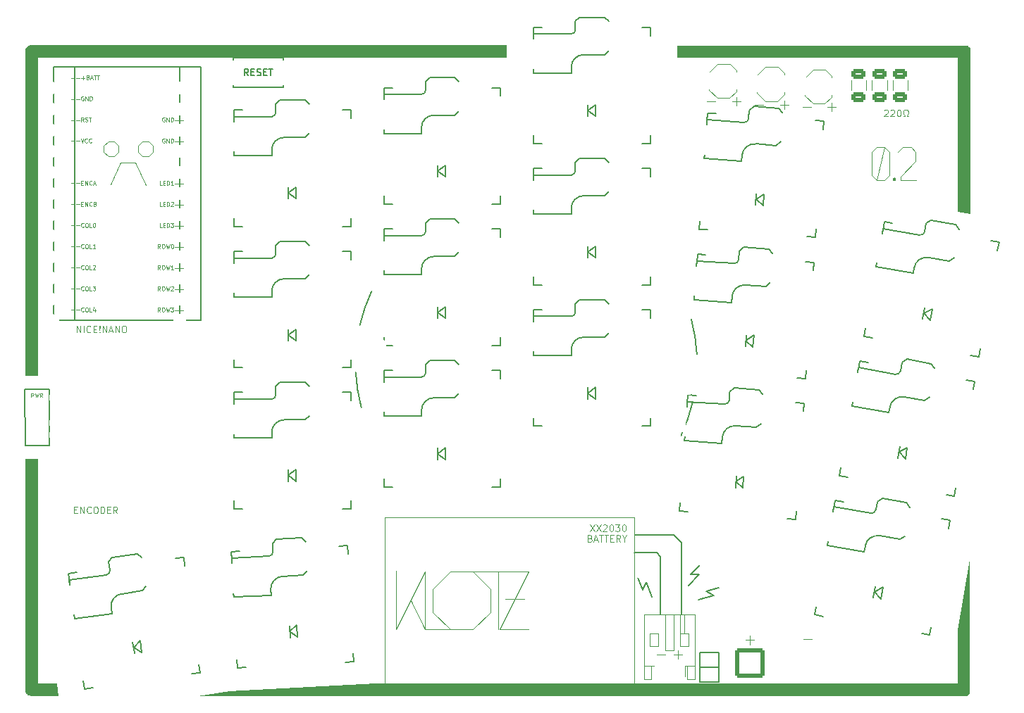
<source format=gto>
G04 #@! TF.GenerationSoftware,KiCad,Pcbnew,7.0.5*
G04 #@! TF.CreationDate,2023-06-08T22:56:43+10:00*
G04 #@! TF.ProjectId,Klotz,4b6c6f74-7a2e-46b6-9963-61645f706362,0.2*
G04 #@! TF.SameCoordinates,Original*
G04 #@! TF.FileFunction,Legend,Top*
G04 #@! TF.FilePolarity,Positive*
%FSLAX46Y46*%
G04 Gerber Fmt 4.6, Leading zero omitted, Abs format (unit mm)*
G04 Created by KiCad (PCBNEW 7.0.5) date 2023-06-08 22:56:43*
%MOMM*%
%LPD*%
G01*
G04 APERTURE LIST*
G04 Aperture macros list*
%AMRoundRect*
0 Rectangle with rounded corners*
0 $1 Rounding radius*
0 $2 $3 $4 $5 $6 $7 $8 $9 X,Y pos of 4 corners*
0 Add a 4 corners polygon primitive as box body*
4,1,4,$2,$3,$4,$5,$6,$7,$8,$9,$2,$3,0*
0 Add four circle primitives for the rounded corners*
1,1,$1+$1,$2,$3*
1,1,$1+$1,$4,$5*
1,1,$1+$1,$6,$7*
1,1,$1+$1,$8,$9*
0 Add four rect primitives between the rounded corners*
20,1,$1+$1,$2,$3,$4,$5,0*
20,1,$1+$1,$4,$5,$6,$7,0*
20,1,$1+$1,$6,$7,$8,$9,0*
20,1,$1+$1,$8,$9,$2,$3,0*%
%AMRotRect*
0 Rectangle, with rotation*
0 The origin of the aperture is its center*
0 $1 length*
0 $2 width*
0 $3 Rotation angle, in degrees counterclockwise*
0 Add horizontal line*
21,1,$1,$2,0,0,$3*%
G04 Aperture macros list end*
%ADD10C,0.150000*%
%ADD11C,0.124999*%
%ADD12C,0.120000*%
%ADD13C,0.000000*%
%ADD14C,0.119999*%
%ADD15C,0.125000*%
%ADD16C,0.200000*%
%ADD17O,1.905000X2.159000*%
%ADD18R,1.905000X2.159000*%
%ADD19C,2.000000*%
%ADD20C,1.524000*%
%ADD21R,1.800000X1.500000*%
%ADD22R,0.635000X1.143000*%
%ADD23C,1.701800*%
%ADD24C,3.000000*%
%ADD25C,3.429000*%
%ADD26C,2.032000*%
%ADD27R,2.600000X2.600000*%
%ADD28RotRect,1.800000X1.500000X350.000000*%
%ADD29RotRect,2.600000X2.600000X350.000000*%
%ADD30RoundRect,0.250000X0.625000X-0.375000X0.625000X0.375000X-0.625000X0.375000X-0.625000X-0.375000X0*%
%ADD31C,4.400000*%
%ADD32O,1.200000X1.750000*%
%ADD33RotRect,2.600000X2.600000X356.000000*%
%ADD34C,3.500000*%
%ADD35RotRect,2.600000X2.600000X8.000000*%
%ADD36RotRect,1.800000X1.500000X356.000000*%
%ADD37RotRect,1.800000X1.500000X8.000000*%
%ADD38RotRect,1.800000X1.500000X4.000000*%
%ADD39C,0.900000*%
%ADD40R,1.000000X0.700000*%
%ADD41R,2.800000X1.000000*%
%ADD42RotRect,2.600000X2.600000X3.000000*%
%ADD43RoundRect,0.250002X-1.499998X-1.499998X1.499998X-1.499998X1.499998X1.499998X-1.499998X1.499998X0*%
G04 APERTURE END LIST*
D10*
X167554664Y-119737500D02*
X165751510Y-120220655D01*
D11*
X99662117Y-66854958D02*
X100181142Y-66335933D01*
D12*
X186576870Y-69145700D02*
X186576870Y-66406790D01*
D13*
G36*
X86386125Y-130258845D02*
G01*
X88642358Y-130258845D01*
X88818627Y-131810000D01*
X85540048Y-131810000D01*
X85469537Y-131774760D01*
X85363771Y-131774760D01*
X85328523Y-131739505D01*
X85258012Y-131739505D01*
X85222760Y-131704242D01*
X85187509Y-131704242D01*
X85152253Y-131668994D01*
X85117002Y-131668994D01*
X85117002Y-131633738D01*
X85081750Y-131598491D01*
X85046487Y-131598491D01*
X85046487Y-131563228D01*
X85011243Y-131527980D01*
X84975980Y-131492724D01*
X84940736Y-131457461D01*
X84940736Y-131422221D01*
X84905477Y-131386966D01*
X84905477Y-131316455D01*
X84870221Y-131281199D01*
X84870221Y-131175441D01*
X84834970Y-131140185D01*
X84834970Y-103325122D01*
X86386125Y-103325122D01*
X86386125Y-130258845D01*
G37*
D14*
X132840218Y-123786845D02*
X132840218Y-116860772D01*
X140710756Y-118959582D02*
X138646927Y-116860772D01*
D11*
X98935482Y-66854958D02*
X98935482Y-66854958D01*
D14*
X141690200Y-116860772D02*
X141690200Y-116860772D01*
X135918473Y-123786845D02*
X132840218Y-123786845D01*
X145293159Y-116860772D02*
X141690200Y-116860772D01*
D10*
X163675000Y-113400000D02*
X163675000Y-121950000D01*
X158480885Y-117572333D02*
X159017779Y-119047441D01*
D11*
X99662117Y-65124875D02*
X99662117Y-65124875D01*
X96340357Y-67685398D02*
X98035838Y-67685398D01*
D14*
X138646927Y-116860772D02*
X138646927Y-116860772D01*
D11*
X100181142Y-66335933D02*
X100181142Y-65643900D01*
D14*
X132840218Y-123786845D02*
X132840218Y-123786845D01*
X140710756Y-118959582D02*
X140710756Y-118959582D01*
D11*
X95094697Y-70245922D02*
X96340357Y-67685398D01*
D10*
X90768900Y-56170000D02*
X103448900Y-56170000D01*
X90768900Y-86625000D02*
X103448900Y-86650000D01*
D12*
X178367000Y-125000000D02*
X179383001Y-125000000D01*
D11*
X98935482Y-65124875D02*
X98935482Y-65124875D01*
D14*
X133819662Y-121723015D02*
X135883494Y-123786845D01*
D11*
X98416458Y-66335933D02*
X98416458Y-66335933D01*
D12*
X189724060Y-66368941D02*
X190308359Y-65784642D01*
D10*
X159461529Y-118095819D02*
X160100000Y-119850000D01*
D12*
X191842149Y-67475000D02*
X190000000Y-69317149D01*
D11*
X98416458Y-65643900D02*
X98416458Y-66335933D01*
D10*
X165850000Y-117175000D02*
X164530000Y-118495000D01*
D12*
X191257850Y-65784651D02*
X191842149Y-66368950D01*
D11*
X100181142Y-65643900D02*
X99662117Y-65124875D01*
D14*
X138646927Y-116860772D02*
X135883494Y-116860772D01*
D11*
X94298858Y-65643900D02*
X94298858Y-66335933D01*
D10*
X189361169Y-69532491D02*
X189231169Y-69532491D01*
D14*
X138646927Y-123786845D02*
X140710756Y-121723015D01*
D11*
X95509916Y-65124875D02*
X95509916Y-65124875D01*
X96340357Y-67685398D02*
X96340357Y-67685398D01*
X94817883Y-66854958D02*
X95509916Y-66854958D01*
D14*
X133819662Y-118959582D02*
X133819662Y-121723015D01*
D12*
X188110660Y-65822500D02*
X188694959Y-66406799D01*
D14*
X129412162Y-123786845D02*
X129412162Y-116755832D01*
D11*
X98416458Y-66335933D02*
X98935482Y-66854958D01*
D14*
X135883494Y-116860772D02*
X135883494Y-116860772D01*
D10*
X189211169Y-69722491D02*
X189361169Y-69722491D01*
D12*
X171900000Y-124572480D02*
X171900001Y-125600000D01*
D14*
X141830121Y-123786845D02*
X141830121Y-123786845D01*
D12*
X188110660Y-65822500D02*
X187161174Y-69730000D01*
D13*
G36*
X198082785Y-53583799D02*
G01*
X198118033Y-53619058D01*
X198188528Y-53689569D01*
X198223761Y-53724824D01*
X198259024Y-53760080D01*
X198294257Y-53795335D01*
X198329504Y-53830590D01*
X198364737Y-53865850D01*
X198400000Y-53901101D01*
X198400000Y-73819394D01*
X196884100Y-73572614D01*
X196884100Y-55064493D01*
X163181677Y-55064493D01*
X163181677Y-53548589D01*
X197695105Y-53548547D01*
X198047553Y-53548547D01*
X198082785Y-53583799D01*
G37*
D14*
X140710756Y-121723015D02*
X140710756Y-118959582D01*
D13*
G36*
X198361472Y-131059629D02*
G01*
X198361472Y-131447446D01*
X198290976Y-131517957D01*
X198255744Y-131553212D01*
X198220481Y-131588468D01*
X198185248Y-131623723D01*
X198150000Y-131658979D01*
X198114768Y-131694234D01*
X198079505Y-131729497D01*
X198044272Y-131764745D01*
X198009024Y-131800000D01*
X105609504Y-131800000D01*
X109452140Y-131271199D01*
X109452140Y-131200643D01*
X126937918Y-130284047D01*
X196880988Y-130284047D01*
X196880988Y-123867894D01*
X198361640Y-115371778D01*
X198361472Y-131059629D01*
G37*
D11*
X99662117Y-65124875D02*
X98935482Y-65124875D01*
D14*
X138646927Y-123786845D02*
X138646927Y-123786845D01*
D10*
X160700000Y-114575000D02*
X158050000Y-114575000D01*
D11*
X95509916Y-66854958D02*
X96028941Y-66335933D01*
X94817883Y-65124875D02*
X94298858Y-65643900D01*
D12*
X191842149Y-66368950D02*
X191842149Y-67475000D01*
D14*
X129412162Y-123786845D02*
X129412162Y-123786845D01*
D10*
X189361169Y-69722491D02*
X189361169Y-69532491D01*
D11*
X96028941Y-65643900D02*
X95509916Y-65124875D01*
D12*
X171367000Y-125086241D02*
X172383000Y-125086240D01*
D11*
X96028941Y-65643900D02*
X96028941Y-65643900D01*
D12*
X190000000Y-69725000D02*
X191875000Y-69725000D01*
D14*
X135883494Y-123786845D02*
X138646927Y-123786845D01*
D12*
X161733001Y-126867001D02*
X160705481Y-126867001D01*
X163233000Y-126341999D02*
X163233000Y-127357999D01*
D11*
X94298858Y-66335933D02*
X94298858Y-66335933D01*
D14*
X138611945Y-116860772D02*
X141690200Y-116860772D01*
D11*
X98935482Y-66854958D02*
X99662117Y-66854958D01*
X100181142Y-66335933D02*
X100181142Y-66335933D01*
D10*
X164800000Y-117175000D02*
X165850000Y-117175000D01*
D14*
X133819662Y-118959582D02*
X133819662Y-118959582D01*
X141830121Y-123786845D02*
X145293159Y-116860772D01*
D10*
X161150000Y-121975000D02*
X161150000Y-115025000D01*
D14*
X145293159Y-116860772D02*
X145293159Y-116860772D01*
D12*
X187161170Y-69730000D02*
X186576870Y-69145700D01*
D11*
X96028941Y-66335933D02*
X96028941Y-66335933D01*
D12*
X190308359Y-65784642D02*
X191257850Y-65784651D01*
D11*
X94817883Y-65124875D02*
X94817883Y-65124875D01*
D12*
X187161174Y-69730000D02*
X187161170Y-69730000D01*
D10*
X189211169Y-69532491D02*
X189211169Y-69722491D01*
D11*
X99662117Y-66854958D02*
X99662117Y-66854958D01*
D14*
X132875199Y-116860772D02*
X129412162Y-123786845D01*
D11*
X95509916Y-66854958D02*
X95509916Y-66854958D01*
D14*
X142564704Y-120113929D02*
X144838418Y-120113929D01*
D11*
X96028941Y-66335933D02*
X96028941Y-65643900D01*
D13*
G36*
X142691120Y-55054450D02*
G01*
X86391155Y-55054450D01*
X86391155Y-93269329D01*
X84840000Y-93269329D01*
X84840000Y-54173110D01*
X84875251Y-54137859D01*
X84875251Y-54032096D01*
X84910507Y-53996845D01*
X84910507Y-53961593D01*
X84945766Y-53926338D01*
X84945766Y-53891082D01*
X84981010Y-53855831D01*
X84981010Y-53820575D01*
X85016273Y-53785327D01*
X85051517Y-53785327D01*
X85051517Y-53750068D01*
X85086780Y-53714813D01*
X85122032Y-53714813D01*
X85122032Y-53679565D01*
X85157283Y-53679565D01*
X85192539Y-53644306D01*
X85227790Y-53609058D01*
X85298297Y-53609058D01*
X85333553Y-53573799D01*
X85368801Y-53573799D01*
X85404056Y-53538547D01*
X142691120Y-53538547D01*
X142691120Y-55054450D01*
G37*
D12*
X187161169Y-65822491D02*
X188110660Y-65822500D01*
D14*
X135883494Y-116860772D02*
X133819662Y-118959582D01*
D11*
X100181142Y-65643900D02*
X100181142Y-65643900D01*
D12*
X188694960Y-69145700D02*
X188110661Y-69729999D01*
D11*
X98035838Y-67685398D02*
X98035838Y-67685398D01*
D12*
X186576870Y-66406790D02*
X187161169Y-65822491D01*
X162725000Y-126850000D02*
X163741000Y-126849999D01*
D11*
X94298858Y-66335933D02*
X94817883Y-66854958D01*
D10*
X162725000Y-112450000D02*
X163675000Y-113400000D01*
X165910000Y-116065000D02*
X164800000Y-117175000D01*
D14*
X145293159Y-123786845D02*
X141830121Y-123786845D01*
D11*
X95509916Y-65124875D02*
X94817883Y-65124875D01*
D12*
X190000000Y-69317149D02*
X190000000Y-69725000D01*
X128050000Y-110300000D02*
X158025000Y-110300000D01*
X158025000Y-130300000D01*
X128050000Y-130300000D01*
X128050000Y-110300000D01*
D14*
X131161171Y-120323810D02*
X132875200Y-123786847D01*
D12*
X188110661Y-69729999D02*
X187161170Y-69730000D01*
X188694959Y-66406799D02*
X188694960Y-69145700D01*
D10*
X159017779Y-119047441D02*
X159461529Y-118095819D01*
D14*
X135883494Y-123786845D02*
X135883494Y-123786845D01*
D10*
X166645337Y-119212501D02*
X167554664Y-119737500D01*
X161150000Y-115025000D02*
X160700000Y-114575000D01*
X158100000Y-112450000D02*
X162725000Y-112450000D01*
D11*
X98035838Y-67685398D02*
X99350703Y-70315126D01*
D14*
X141690200Y-116860772D02*
X141690200Y-123786845D01*
X140710756Y-121723015D02*
X140710756Y-121723015D01*
D11*
X94817883Y-66854958D02*
X94817883Y-66854958D01*
X98935482Y-65124875D02*
X98416458Y-65643900D01*
D10*
X168161625Y-118806212D02*
X166645337Y-119212501D01*
D15*
X90722712Y-109419547D02*
X90989378Y-109419547D01*
X91103664Y-109838595D02*
X90722712Y-109838595D01*
X90722712Y-109838595D02*
X90722712Y-109038595D01*
X90722712Y-109038595D02*
X91103664Y-109038595D01*
X91446522Y-109838595D02*
X91446522Y-109038595D01*
X91446522Y-109038595D02*
X91903665Y-109838595D01*
X91903665Y-109838595D02*
X91903665Y-109038595D01*
X92741760Y-109762404D02*
X92703664Y-109800500D01*
X92703664Y-109800500D02*
X92589379Y-109838595D01*
X92589379Y-109838595D02*
X92513188Y-109838595D01*
X92513188Y-109838595D02*
X92398902Y-109800500D01*
X92398902Y-109800500D02*
X92322712Y-109724309D01*
X92322712Y-109724309D02*
X92284617Y-109648119D01*
X92284617Y-109648119D02*
X92246521Y-109495738D01*
X92246521Y-109495738D02*
X92246521Y-109381452D01*
X92246521Y-109381452D02*
X92284617Y-109229071D01*
X92284617Y-109229071D02*
X92322712Y-109152880D01*
X92322712Y-109152880D02*
X92398902Y-109076690D01*
X92398902Y-109076690D02*
X92513188Y-109038595D01*
X92513188Y-109038595D02*
X92589379Y-109038595D01*
X92589379Y-109038595D02*
X92703664Y-109076690D01*
X92703664Y-109076690D02*
X92741760Y-109114785D01*
X93236998Y-109038595D02*
X93389379Y-109038595D01*
X93389379Y-109038595D02*
X93465569Y-109076690D01*
X93465569Y-109076690D02*
X93541760Y-109152880D01*
X93541760Y-109152880D02*
X93579855Y-109305261D01*
X93579855Y-109305261D02*
X93579855Y-109571928D01*
X93579855Y-109571928D02*
X93541760Y-109724309D01*
X93541760Y-109724309D02*
X93465569Y-109800500D01*
X93465569Y-109800500D02*
X93389379Y-109838595D01*
X93389379Y-109838595D02*
X93236998Y-109838595D01*
X93236998Y-109838595D02*
X93160807Y-109800500D01*
X93160807Y-109800500D02*
X93084617Y-109724309D01*
X93084617Y-109724309D02*
X93046521Y-109571928D01*
X93046521Y-109571928D02*
X93046521Y-109305261D01*
X93046521Y-109305261D02*
X93084617Y-109152880D01*
X93084617Y-109152880D02*
X93160807Y-109076690D01*
X93160807Y-109076690D02*
X93236998Y-109038595D01*
X93922712Y-109838595D02*
X93922712Y-109038595D01*
X93922712Y-109038595D02*
X94113188Y-109038595D01*
X94113188Y-109038595D02*
X94227474Y-109076690D01*
X94227474Y-109076690D02*
X94303664Y-109152880D01*
X94303664Y-109152880D02*
X94341759Y-109229071D01*
X94341759Y-109229071D02*
X94379855Y-109381452D01*
X94379855Y-109381452D02*
X94379855Y-109495738D01*
X94379855Y-109495738D02*
X94341759Y-109648119D01*
X94341759Y-109648119D02*
X94303664Y-109724309D01*
X94303664Y-109724309D02*
X94227474Y-109800500D01*
X94227474Y-109800500D02*
X94113188Y-109838595D01*
X94113188Y-109838595D02*
X93922712Y-109838595D01*
X94722712Y-109419547D02*
X94989378Y-109419547D01*
X95103664Y-109838595D02*
X94722712Y-109838595D01*
X94722712Y-109838595D02*
X94722712Y-109038595D01*
X94722712Y-109038595D02*
X95103664Y-109038595D01*
X95903665Y-109838595D02*
X95636998Y-109457642D01*
X95446522Y-109838595D02*
X95446522Y-109038595D01*
X95446522Y-109038595D02*
X95751284Y-109038595D01*
X95751284Y-109038595D02*
X95827474Y-109076690D01*
X95827474Y-109076690D02*
X95865569Y-109114785D01*
X95865569Y-109114785D02*
X95903665Y-109190976D01*
X95903665Y-109190976D02*
X95903665Y-109305261D01*
X95903665Y-109305261D02*
X95865569Y-109381452D01*
X95865569Y-109381452D02*
X95827474Y-109419547D01*
X95827474Y-109419547D02*
X95751284Y-109457642D01*
X95751284Y-109457642D02*
X95446522Y-109457642D01*
X90351283Y-72678873D02*
X90732236Y-72678873D01*
X90970331Y-72678873D02*
X91351284Y-72678873D01*
X91589379Y-72607444D02*
X91756046Y-72607444D01*
X91827474Y-72869349D02*
X91589379Y-72869349D01*
X91589379Y-72869349D02*
X91589379Y-72369349D01*
X91589379Y-72369349D02*
X91827474Y-72369349D01*
X92041760Y-72869349D02*
X92041760Y-72369349D01*
X92041760Y-72369349D02*
X92327474Y-72869349D01*
X92327474Y-72869349D02*
X92327474Y-72369349D01*
X92851284Y-72821730D02*
X92827475Y-72845540D01*
X92827475Y-72845540D02*
X92756046Y-72869349D01*
X92756046Y-72869349D02*
X92708427Y-72869349D01*
X92708427Y-72869349D02*
X92636999Y-72845540D01*
X92636999Y-72845540D02*
X92589380Y-72797920D01*
X92589380Y-72797920D02*
X92565570Y-72750301D01*
X92565570Y-72750301D02*
X92541761Y-72655063D01*
X92541761Y-72655063D02*
X92541761Y-72583635D01*
X92541761Y-72583635D02*
X92565570Y-72488397D01*
X92565570Y-72488397D02*
X92589380Y-72440778D01*
X92589380Y-72440778D02*
X92636999Y-72393159D01*
X92636999Y-72393159D02*
X92708427Y-72369349D01*
X92708427Y-72369349D02*
X92756046Y-72369349D01*
X92756046Y-72369349D02*
X92827475Y-72393159D01*
X92827475Y-72393159D02*
X92851284Y-72416968D01*
X93232237Y-72607444D02*
X93303665Y-72631254D01*
X93303665Y-72631254D02*
X93327475Y-72655063D01*
X93327475Y-72655063D02*
X93351284Y-72702682D01*
X93351284Y-72702682D02*
X93351284Y-72774111D01*
X93351284Y-72774111D02*
X93327475Y-72821730D01*
X93327475Y-72821730D02*
X93303665Y-72845540D01*
X93303665Y-72845540D02*
X93256046Y-72869349D01*
X93256046Y-72869349D02*
X93065570Y-72869349D01*
X93065570Y-72869349D02*
X93065570Y-72369349D01*
X93065570Y-72369349D02*
X93232237Y-72369349D01*
X93232237Y-72369349D02*
X93279856Y-72393159D01*
X93279856Y-72393159D02*
X93303665Y-72416968D01*
X93303665Y-72416968D02*
X93327475Y-72464587D01*
X93327475Y-72464587D02*
X93327475Y-72512206D01*
X93327475Y-72512206D02*
X93303665Y-72559825D01*
X93303665Y-72559825D02*
X93279856Y-72583635D01*
X93279856Y-72583635D02*
X93232237Y-72607444D01*
X93232237Y-72607444D02*
X93065570Y-72607444D01*
X101263477Y-70334809D02*
X101025382Y-70334809D01*
X101025382Y-70334809D02*
X101025382Y-69834809D01*
X101430144Y-70072904D02*
X101596811Y-70072904D01*
X101668239Y-70334809D02*
X101430144Y-70334809D01*
X101430144Y-70334809D02*
X101430144Y-69834809D01*
X101430144Y-69834809D02*
X101668239Y-69834809D01*
X101882525Y-70334809D02*
X101882525Y-69834809D01*
X101882525Y-69834809D02*
X102001573Y-69834809D01*
X102001573Y-69834809D02*
X102073001Y-69858619D01*
X102073001Y-69858619D02*
X102120620Y-69906238D01*
X102120620Y-69906238D02*
X102144430Y-69953857D01*
X102144430Y-69953857D02*
X102168239Y-70049095D01*
X102168239Y-70049095D02*
X102168239Y-70120523D01*
X102168239Y-70120523D02*
X102144430Y-70215761D01*
X102144430Y-70215761D02*
X102120620Y-70263380D01*
X102120620Y-70263380D02*
X102073001Y-70311000D01*
X102073001Y-70311000D02*
X102001573Y-70334809D01*
X102001573Y-70334809D02*
X101882525Y-70334809D01*
X102644430Y-70334809D02*
X102358716Y-70334809D01*
X102501573Y-70334809D02*
X102501573Y-69834809D01*
X102501573Y-69834809D02*
X102453954Y-69906238D01*
X102453954Y-69906238D02*
X102406335Y-69953857D01*
X102406335Y-69953857D02*
X102358716Y-69977666D01*
X102858715Y-70144333D02*
X103239668Y-70144333D01*
X103477763Y-70144333D02*
X103858716Y-70144333D01*
X188050143Y-61359785D02*
X188088239Y-61321690D01*
X188088239Y-61321690D02*
X188164429Y-61283595D01*
X188164429Y-61283595D02*
X188354905Y-61283595D01*
X188354905Y-61283595D02*
X188431096Y-61321690D01*
X188431096Y-61321690D02*
X188469191Y-61359785D01*
X188469191Y-61359785D02*
X188507286Y-61435976D01*
X188507286Y-61435976D02*
X188507286Y-61512166D01*
X188507286Y-61512166D02*
X188469191Y-61626452D01*
X188469191Y-61626452D02*
X188012048Y-62083595D01*
X188012048Y-62083595D02*
X188507286Y-62083595D01*
X188812048Y-61359785D02*
X188850144Y-61321690D01*
X188850144Y-61321690D02*
X188926334Y-61283595D01*
X188926334Y-61283595D02*
X189116810Y-61283595D01*
X189116810Y-61283595D02*
X189193001Y-61321690D01*
X189193001Y-61321690D02*
X189231096Y-61359785D01*
X189231096Y-61359785D02*
X189269191Y-61435976D01*
X189269191Y-61435976D02*
X189269191Y-61512166D01*
X189269191Y-61512166D02*
X189231096Y-61626452D01*
X189231096Y-61626452D02*
X188773953Y-62083595D01*
X188773953Y-62083595D02*
X189269191Y-62083595D01*
X189764430Y-61283595D02*
X189840620Y-61283595D01*
X189840620Y-61283595D02*
X189916811Y-61321690D01*
X189916811Y-61321690D02*
X189954906Y-61359785D01*
X189954906Y-61359785D02*
X189993001Y-61435976D01*
X189993001Y-61435976D02*
X190031096Y-61588357D01*
X190031096Y-61588357D02*
X190031096Y-61778833D01*
X190031096Y-61778833D02*
X189993001Y-61931214D01*
X189993001Y-61931214D02*
X189954906Y-62007404D01*
X189954906Y-62007404D02*
X189916811Y-62045500D01*
X189916811Y-62045500D02*
X189840620Y-62083595D01*
X189840620Y-62083595D02*
X189764430Y-62083595D01*
X189764430Y-62083595D02*
X189688239Y-62045500D01*
X189688239Y-62045500D02*
X189650144Y-62007404D01*
X189650144Y-62007404D02*
X189612049Y-61931214D01*
X189612049Y-61931214D02*
X189573953Y-61778833D01*
X189573953Y-61778833D02*
X189573953Y-61588357D01*
X189573953Y-61588357D02*
X189612049Y-61435976D01*
X189612049Y-61435976D02*
X189650144Y-61359785D01*
X189650144Y-61359785D02*
X189688239Y-61321690D01*
X189688239Y-61321690D02*
X189764430Y-61283595D01*
X190335858Y-62083595D02*
X190526335Y-62083595D01*
X190526335Y-62083595D02*
X190526335Y-61931214D01*
X190526335Y-61931214D02*
X190450144Y-61893119D01*
X190450144Y-61893119D02*
X190373954Y-61816928D01*
X190373954Y-61816928D02*
X190335858Y-61702642D01*
X190335858Y-61702642D02*
X190335858Y-61512166D01*
X190335858Y-61512166D02*
X190373954Y-61397880D01*
X190373954Y-61397880D02*
X190450144Y-61321690D01*
X190450144Y-61321690D02*
X190564430Y-61283595D01*
X190564430Y-61283595D02*
X190716811Y-61283595D01*
X190716811Y-61283595D02*
X190831097Y-61321690D01*
X190831097Y-61321690D02*
X190907287Y-61397880D01*
X190907287Y-61397880D02*
X190945382Y-61512166D01*
X190945382Y-61512166D02*
X190945382Y-61702642D01*
X190945382Y-61702642D02*
X190907287Y-61816928D01*
X190907287Y-61816928D02*
X190831097Y-61893119D01*
X190831097Y-61893119D02*
X190754906Y-61931214D01*
X190754906Y-61931214D02*
X190754906Y-62083595D01*
X190754906Y-62083595D02*
X190945382Y-62083595D01*
X101073000Y-83034809D02*
X100906334Y-82796714D01*
X100787286Y-83034809D02*
X100787286Y-82534809D01*
X100787286Y-82534809D02*
X100977762Y-82534809D01*
X100977762Y-82534809D02*
X101025381Y-82558619D01*
X101025381Y-82558619D02*
X101049191Y-82582428D01*
X101049191Y-82582428D02*
X101073000Y-82630047D01*
X101073000Y-82630047D02*
X101073000Y-82701476D01*
X101073000Y-82701476D02*
X101049191Y-82749095D01*
X101049191Y-82749095D02*
X101025381Y-82772904D01*
X101025381Y-82772904D02*
X100977762Y-82796714D01*
X100977762Y-82796714D02*
X100787286Y-82796714D01*
X101382524Y-82534809D02*
X101477762Y-82534809D01*
X101477762Y-82534809D02*
X101525381Y-82558619D01*
X101525381Y-82558619D02*
X101573000Y-82606238D01*
X101573000Y-82606238D02*
X101596810Y-82701476D01*
X101596810Y-82701476D02*
X101596810Y-82868142D01*
X101596810Y-82868142D02*
X101573000Y-82963380D01*
X101573000Y-82963380D02*
X101525381Y-83011000D01*
X101525381Y-83011000D02*
X101477762Y-83034809D01*
X101477762Y-83034809D02*
X101382524Y-83034809D01*
X101382524Y-83034809D02*
X101334905Y-83011000D01*
X101334905Y-83011000D02*
X101287286Y-82963380D01*
X101287286Y-82963380D02*
X101263477Y-82868142D01*
X101263477Y-82868142D02*
X101263477Y-82701476D01*
X101263477Y-82701476D02*
X101287286Y-82606238D01*
X101287286Y-82606238D02*
X101334905Y-82558619D01*
X101334905Y-82558619D02*
X101382524Y-82534809D01*
X101763477Y-82534809D02*
X101882525Y-83034809D01*
X101882525Y-83034809D02*
X101977763Y-82677666D01*
X101977763Y-82677666D02*
X102073001Y-83034809D01*
X102073001Y-83034809D02*
X102192049Y-82534809D01*
X102358716Y-82582428D02*
X102382525Y-82558619D01*
X102382525Y-82558619D02*
X102430144Y-82534809D01*
X102430144Y-82534809D02*
X102549192Y-82534809D01*
X102549192Y-82534809D02*
X102596811Y-82558619D01*
X102596811Y-82558619D02*
X102620620Y-82582428D01*
X102620620Y-82582428D02*
X102644430Y-82630047D01*
X102644430Y-82630047D02*
X102644430Y-82677666D01*
X102644430Y-82677666D02*
X102620620Y-82749095D01*
X102620620Y-82749095D02*
X102334906Y-83034809D01*
X102334906Y-83034809D02*
X102644430Y-83034809D01*
X102858715Y-82844333D02*
X103239668Y-82844333D01*
X103477763Y-82844333D02*
X103858716Y-82844333D01*
X152710619Y-111169595D02*
X153243953Y-111969595D01*
X153243953Y-111169595D02*
X152710619Y-111969595D01*
X153472524Y-111169595D02*
X154005858Y-111969595D01*
X154005858Y-111169595D02*
X153472524Y-111969595D01*
X154272524Y-111245785D02*
X154310620Y-111207690D01*
X154310620Y-111207690D02*
X154386810Y-111169595D01*
X154386810Y-111169595D02*
X154577286Y-111169595D01*
X154577286Y-111169595D02*
X154653477Y-111207690D01*
X154653477Y-111207690D02*
X154691572Y-111245785D01*
X154691572Y-111245785D02*
X154729667Y-111321976D01*
X154729667Y-111321976D02*
X154729667Y-111398166D01*
X154729667Y-111398166D02*
X154691572Y-111512452D01*
X154691572Y-111512452D02*
X154234429Y-111969595D01*
X154234429Y-111969595D02*
X154729667Y-111969595D01*
X155224906Y-111169595D02*
X155301096Y-111169595D01*
X155301096Y-111169595D02*
X155377287Y-111207690D01*
X155377287Y-111207690D02*
X155415382Y-111245785D01*
X155415382Y-111245785D02*
X155453477Y-111321976D01*
X155453477Y-111321976D02*
X155491572Y-111474357D01*
X155491572Y-111474357D02*
X155491572Y-111664833D01*
X155491572Y-111664833D02*
X155453477Y-111817214D01*
X155453477Y-111817214D02*
X155415382Y-111893404D01*
X155415382Y-111893404D02*
X155377287Y-111931500D01*
X155377287Y-111931500D02*
X155301096Y-111969595D01*
X155301096Y-111969595D02*
X155224906Y-111969595D01*
X155224906Y-111969595D02*
X155148715Y-111931500D01*
X155148715Y-111931500D02*
X155110620Y-111893404D01*
X155110620Y-111893404D02*
X155072525Y-111817214D01*
X155072525Y-111817214D02*
X155034429Y-111664833D01*
X155034429Y-111664833D02*
X155034429Y-111474357D01*
X155034429Y-111474357D02*
X155072525Y-111321976D01*
X155072525Y-111321976D02*
X155110620Y-111245785D01*
X155110620Y-111245785D02*
X155148715Y-111207690D01*
X155148715Y-111207690D02*
X155224906Y-111169595D01*
X155758239Y-111169595D02*
X156253477Y-111169595D01*
X156253477Y-111169595D02*
X155986811Y-111474357D01*
X155986811Y-111474357D02*
X156101096Y-111474357D01*
X156101096Y-111474357D02*
X156177287Y-111512452D01*
X156177287Y-111512452D02*
X156215382Y-111550547D01*
X156215382Y-111550547D02*
X156253477Y-111626738D01*
X156253477Y-111626738D02*
X156253477Y-111817214D01*
X156253477Y-111817214D02*
X156215382Y-111893404D01*
X156215382Y-111893404D02*
X156177287Y-111931500D01*
X156177287Y-111931500D02*
X156101096Y-111969595D01*
X156101096Y-111969595D02*
X155872525Y-111969595D01*
X155872525Y-111969595D02*
X155796334Y-111931500D01*
X155796334Y-111931500D02*
X155758239Y-111893404D01*
X156748716Y-111169595D02*
X156824906Y-111169595D01*
X156824906Y-111169595D02*
X156901097Y-111207690D01*
X156901097Y-111207690D02*
X156939192Y-111245785D01*
X156939192Y-111245785D02*
X156977287Y-111321976D01*
X156977287Y-111321976D02*
X157015382Y-111474357D01*
X157015382Y-111474357D02*
X157015382Y-111664833D01*
X157015382Y-111664833D02*
X156977287Y-111817214D01*
X156977287Y-111817214D02*
X156939192Y-111893404D01*
X156939192Y-111893404D02*
X156901097Y-111931500D01*
X156901097Y-111931500D02*
X156824906Y-111969595D01*
X156824906Y-111969595D02*
X156748716Y-111969595D01*
X156748716Y-111969595D02*
X156672525Y-111931500D01*
X156672525Y-111931500D02*
X156634430Y-111893404D01*
X156634430Y-111893404D02*
X156596335Y-111817214D01*
X156596335Y-111817214D02*
X156558239Y-111664833D01*
X156558239Y-111664833D02*
X156558239Y-111474357D01*
X156558239Y-111474357D02*
X156596335Y-111321976D01*
X156596335Y-111321976D02*
X156634430Y-111245785D01*
X156634430Y-111245785D02*
X156672525Y-111207690D01*
X156672525Y-111207690D02*
X156748716Y-111169595D01*
X152710620Y-112838547D02*
X152824906Y-112876642D01*
X152824906Y-112876642D02*
X152863001Y-112914738D01*
X152863001Y-112914738D02*
X152901097Y-112990928D01*
X152901097Y-112990928D02*
X152901097Y-113105214D01*
X152901097Y-113105214D02*
X152863001Y-113181404D01*
X152863001Y-113181404D02*
X152824906Y-113219500D01*
X152824906Y-113219500D02*
X152748716Y-113257595D01*
X152748716Y-113257595D02*
X152443954Y-113257595D01*
X152443954Y-113257595D02*
X152443954Y-112457595D01*
X152443954Y-112457595D02*
X152710620Y-112457595D01*
X152710620Y-112457595D02*
X152786811Y-112495690D01*
X152786811Y-112495690D02*
X152824906Y-112533785D01*
X152824906Y-112533785D02*
X152863001Y-112609976D01*
X152863001Y-112609976D02*
X152863001Y-112686166D01*
X152863001Y-112686166D02*
X152824906Y-112762357D01*
X152824906Y-112762357D02*
X152786811Y-112800452D01*
X152786811Y-112800452D02*
X152710620Y-112838547D01*
X152710620Y-112838547D02*
X152443954Y-112838547D01*
X153205858Y-113029023D02*
X153586811Y-113029023D01*
X153129668Y-113257595D02*
X153396335Y-112457595D01*
X153396335Y-112457595D02*
X153663001Y-113257595D01*
X153815382Y-112457595D02*
X154272525Y-112457595D01*
X154043953Y-113257595D02*
X154043953Y-112457595D01*
X154424906Y-112457595D02*
X154882049Y-112457595D01*
X154653477Y-113257595D02*
X154653477Y-112457595D01*
X155148716Y-112838547D02*
X155415382Y-112838547D01*
X155529668Y-113257595D02*
X155148716Y-113257595D01*
X155148716Y-113257595D02*
X155148716Y-112457595D01*
X155148716Y-112457595D02*
X155529668Y-112457595D01*
X156329669Y-113257595D02*
X156063002Y-112876642D01*
X155872526Y-113257595D02*
X155872526Y-112457595D01*
X155872526Y-112457595D02*
X156177288Y-112457595D01*
X156177288Y-112457595D02*
X156253478Y-112495690D01*
X156253478Y-112495690D02*
X156291573Y-112533785D01*
X156291573Y-112533785D02*
X156329669Y-112609976D01*
X156329669Y-112609976D02*
X156329669Y-112724261D01*
X156329669Y-112724261D02*
X156291573Y-112800452D01*
X156291573Y-112800452D02*
X156253478Y-112838547D01*
X156253478Y-112838547D02*
X156177288Y-112876642D01*
X156177288Y-112876642D02*
X155872526Y-112876642D01*
X156824907Y-112876642D02*
X156824907Y-113257595D01*
X156558240Y-112457595D02*
X156824907Y-112876642D01*
X156824907Y-112876642D02*
X157091573Y-112457595D01*
X101073000Y-85574809D02*
X100906334Y-85336714D01*
X100787286Y-85574809D02*
X100787286Y-85074809D01*
X100787286Y-85074809D02*
X100977762Y-85074809D01*
X100977762Y-85074809D02*
X101025381Y-85098619D01*
X101025381Y-85098619D02*
X101049191Y-85122428D01*
X101049191Y-85122428D02*
X101073000Y-85170047D01*
X101073000Y-85170047D02*
X101073000Y-85241476D01*
X101073000Y-85241476D02*
X101049191Y-85289095D01*
X101049191Y-85289095D02*
X101025381Y-85312904D01*
X101025381Y-85312904D02*
X100977762Y-85336714D01*
X100977762Y-85336714D02*
X100787286Y-85336714D01*
X101382524Y-85074809D02*
X101477762Y-85074809D01*
X101477762Y-85074809D02*
X101525381Y-85098619D01*
X101525381Y-85098619D02*
X101573000Y-85146238D01*
X101573000Y-85146238D02*
X101596810Y-85241476D01*
X101596810Y-85241476D02*
X101596810Y-85408142D01*
X101596810Y-85408142D02*
X101573000Y-85503380D01*
X101573000Y-85503380D02*
X101525381Y-85551000D01*
X101525381Y-85551000D02*
X101477762Y-85574809D01*
X101477762Y-85574809D02*
X101382524Y-85574809D01*
X101382524Y-85574809D02*
X101334905Y-85551000D01*
X101334905Y-85551000D02*
X101287286Y-85503380D01*
X101287286Y-85503380D02*
X101263477Y-85408142D01*
X101263477Y-85408142D02*
X101263477Y-85241476D01*
X101263477Y-85241476D02*
X101287286Y-85146238D01*
X101287286Y-85146238D02*
X101334905Y-85098619D01*
X101334905Y-85098619D02*
X101382524Y-85074809D01*
X101763477Y-85074809D02*
X101882525Y-85574809D01*
X101882525Y-85574809D02*
X101977763Y-85217666D01*
X101977763Y-85217666D02*
X102073001Y-85574809D01*
X102073001Y-85574809D02*
X102192049Y-85074809D01*
X102334906Y-85074809D02*
X102644430Y-85074809D01*
X102644430Y-85074809D02*
X102477763Y-85265285D01*
X102477763Y-85265285D02*
X102549192Y-85265285D01*
X102549192Y-85265285D02*
X102596811Y-85289095D01*
X102596811Y-85289095D02*
X102620620Y-85312904D01*
X102620620Y-85312904D02*
X102644430Y-85360523D01*
X102644430Y-85360523D02*
X102644430Y-85479571D01*
X102644430Y-85479571D02*
X102620620Y-85527190D01*
X102620620Y-85527190D02*
X102596811Y-85551000D01*
X102596811Y-85551000D02*
X102549192Y-85574809D01*
X102549192Y-85574809D02*
X102406335Y-85574809D01*
X102406335Y-85574809D02*
X102358716Y-85551000D01*
X102358716Y-85551000D02*
X102334906Y-85527190D01*
X102858715Y-85384333D02*
X103239668Y-85384333D01*
X103477763Y-85384333D02*
X103858716Y-85384333D01*
X90351283Y-75217963D02*
X90732236Y-75217963D01*
X90970331Y-75217963D02*
X91351284Y-75217963D01*
X91875093Y-75360820D02*
X91851284Y-75384630D01*
X91851284Y-75384630D02*
X91779855Y-75408439D01*
X91779855Y-75408439D02*
X91732236Y-75408439D01*
X91732236Y-75408439D02*
X91660808Y-75384630D01*
X91660808Y-75384630D02*
X91613189Y-75337010D01*
X91613189Y-75337010D02*
X91589379Y-75289391D01*
X91589379Y-75289391D02*
X91565570Y-75194153D01*
X91565570Y-75194153D02*
X91565570Y-75122725D01*
X91565570Y-75122725D02*
X91589379Y-75027487D01*
X91589379Y-75027487D02*
X91613189Y-74979868D01*
X91613189Y-74979868D02*
X91660808Y-74932249D01*
X91660808Y-74932249D02*
X91732236Y-74908439D01*
X91732236Y-74908439D02*
X91779855Y-74908439D01*
X91779855Y-74908439D02*
X91851284Y-74932249D01*
X91851284Y-74932249D02*
X91875093Y-74956058D01*
X92184617Y-74908439D02*
X92279855Y-74908439D01*
X92279855Y-74908439D02*
X92327474Y-74932249D01*
X92327474Y-74932249D02*
X92375093Y-74979868D01*
X92375093Y-74979868D02*
X92398903Y-75075106D01*
X92398903Y-75075106D02*
X92398903Y-75241772D01*
X92398903Y-75241772D02*
X92375093Y-75337010D01*
X92375093Y-75337010D02*
X92327474Y-75384630D01*
X92327474Y-75384630D02*
X92279855Y-75408439D01*
X92279855Y-75408439D02*
X92184617Y-75408439D01*
X92184617Y-75408439D02*
X92136998Y-75384630D01*
X92136998Y-75384630D02*
X92089379Y-75337010D01*
X92089379Y-75337010D02*
X92065570Y-75241772D01*
X92065570Y-75241772D02*
X92065570Y-75075106D01*
X92065570Y-75075106D02*
X92089379Y-74979868D01*
X92089379Y-74979868D02*
X92136998Y-74932249D01*
X92136998Y-74932249D02*
X92184617Y-74908439D01*
X92851284Y-75408439D02*
X92613189Y-75408439D01*
X92613189Y-75408439D02*
X92613189Y-74908439D01*
X93113189Y-74908439D02*
X93160808Y-74908439D01*
X93160808Y-74908439D02*
X93208427Y-74932249D01*
X93208427Y-74932249D02*
X93232237Y-74956058D01*
X93232237Y-74956058D02*
X93256046Y-75003677D01*
X93256046Y-75003677D02*
X93279856Y-75098915D01*
X93279856Y-75098915D02*
X93279856Y-75217963D01*
X93279856Y-75217963D02*
X93256046Y-75313201D01*
X93256046Y-75313201D02*
X93232237Y-75360820D01*
X93232237Y-75360820D02*
X93208427Y-75384630D01*
X93208427Y-75384630D02*
X93160808Y-75408439D01*
X93160808Y-75408439D02*
X93113189Y-75408439D01*
X93113189Y-75408439D02*
X93065570Y-75384630D01*
X93065570Y-75384630D02*
X93041761Y-75360820D01*
X93041761Y-75360820D02*
X93017951Y-75313201D01*
X93017951Y-75313201D02*
X92994142Y-75217963D01*
X92994142Y-75217963D02*
X92994142Y-75098915D01*
X92994142Y-75098915D02*
X93017951Y-75003677D01*
X93017951Y-75003677D02*
X93041761Y-74956058D01*
X93041761Y-74956058D02*
X93065570Y-74932249D01*
X93065570Y-74932249D02*
X93113189Y-74908439D01*
X90351283Y-65061603D02*
X90732236Y-65061603D01*
X90970331Y-65061603D02*
X91351284Y-65061603D01*
X91517951Y-64752079D02*
X91684617Y-65252079D01*
X91684617Y-65252079D02*
X91851284Y-64752079D01*
X92303664Y-65204460D02*
X92279855Y-65228270D01*
X92279855Y-65228270D02*
X92208426Y-65252079D01*
X92208426Y-65252079D02*
X92160807Y-65252079D01*
X92160807Y-65252079D02*
X92089379Y-65228270D01*
X92089379Y-65228270D02*
X92041760Y-65180650D01*
X92041760Y-65180650D02*
X92017950Y-65133031D01*
X92017950Y-65133031D02*
X91994141Y-65037793D01*
X91994141Y-65037793D02*
X91994141Y-64966365D01*
X91994141Y-64966365D02*
X92017950Y-64871127D01*
X92017950Y-64871127D02*
X92041760Y-64823508D01*
X92041760Y-64823508D02*
X92089379Y-64775889D01*
X92089379Y-64775889D02*
X92160807Y-64752079D01*
X92160807Y-64752079D02*
X92208426Y-64752079D01*
X92208426Y-64752079D02*
X92279855Y-64775889D01*
X92279855Y-64775889D02*
X92303664Y-64799698D01*
X92803664Y-65204460D02*
X92779855Y-65228270D01*
X92779855Y-65228270D02*
X92708426Y-65252079D01*
X92708426Y-65252079D02*
X92660807Y-65252079D01*
X92660807Y-65252079D02*
X92589379Y-65228270D01*
X92589379Y-65228270D02*
X92541760Y-65180650D01*
X92541760Y-65180650D02*
X92517950Y-65133031D01*
X92517950Y-65133031D02*
X92494141Y-65037793D01*
X92494141Y-65037793D02*
X92494141Y-64966365D01*
X92494141Y-64966365D02*
X92517950Y-64871127D01*
X92517950Y-64871127D02*
X92541760Y-64823508D01*
X92541760Y-64823508D02*
X92589379Y-64775889D01*
X92589379Y-64775889D02*
X92660807Y-64752079D01*
X92660807Y-64752079D02*
X92708426Y-64752079D01*
X92708426Y-64752079D02*
X92779855Y-64775889D01*
X92779855Y-64775889D02*
X92803664Y-64799698D01*
X90351283Y-59983423D02*
X90732236Y-59983423D01*
X90970331Y-59983423D02*
X91351284Y-59983423D01*
X91851284Y-59697709D02*
X91803665Y-59673899D01*
X91803665Y-59673899D02*
X91732236Y-59673899D01*
X91732236Y-59673899D02*
X91660808Y-59697709D01*
X91660808Y-59697709D02*
X91613189Y-59745328D01*
X91613189Y-59745328D02*
X91589379Y-59792947D01*
X91589379Y-59792947D02*
X91565570Y-59888185D01*
X91565570Y-59888185D02*
X91565570Y-59959613D01*
X91565570Y-59959613D02*
X91589379Y-60054851D01*
X91589379Y-60054851D02*
X91613189Y-60102470D01*
X91613189Y-60102470D02*
X91660808Y-60150090D01*
X91660808Y-60150090D02*
X91732236Y-60173899D01*
X91732236Y-60173899D02*
X91779855Y-60173899D01*
X91779855Y-60173899D02*
X91851284Y-60150090D01*
X91851284Y-60150090D02*
X91875093Y-60126280D01*
X91875093Y-60126280D02*
X91875093Y-59959613D01*
X91875093Y-59959613D02*
X91779855Y-59959613D01*
X92089379Y-60173899D02*
X92089379Y-59673899D01*
X92089379Y-59673899D02*
X92375093Y-60173899D01*
X92375093Y-60173899D02*
X92375093Y-59673899D01*
X92613189Y-60173899D02*
X92613189Y-59673899D01*
X92613189Y-59673899D02*
X92732237Y-59673899D01*
X92732237Y-59673899D02*
X92803665Y-59697709D01*
X92803665Y-59697709D02*
X92851284Y-59745328D01*
X92851284Y-59745328D02*
X92875094Y-59792947D01*
X92875094Y-59792947D02*
X92898903Y-59888185D01*
X92898903Y-59888185D02*
X92898903Y-59959613D01*
X92898903Y-59959613D02*
X92875094Y-60054851D01*
X92875094Y-60054851D02*
X92851284Y-60102470D01*
X92851284Y-60102470D02*
X92803665Y-60150090D01*
X92803665Y-60150090D02*
X92732237Y-60173899D01*
X92732237Y-60173899D02*
X92613189Y-60173899D01*
X101073000Y-77954809D02*
X100906334Y-77716714D01*
X100787286Y-77954809D02*
X100787286Y-77454809D01*
X100787286Y-77454809D02*
X100977762Y-77454809D01*
X100977762Y-77454809D02*
X101025381Y-77478619D01*
X101025381Y-77478619D02*
X101049191Y-77502428D01*
X101049191Y-77502428D02*
X101073000Y-77550047D01*
X101073000Y-77550047D02*
X101073000Y-77621476D01*
X101073000Y-77621476D02*
X101049191Y-77669095D01*
X101049191Y-77669095D02*
X101025381Y-77692904D01*
X101025381Y-77692904D02*
X100977762Y-77716714D01*
X100977762Y-77716714D02*
X100787286Y-77716714D01*
X101382524Y-77454809D02*
X101477762Y-77454809D01*
X101477762Y-77454809D02*
X101525381Y-77478619D01*
X101525381Y-77478619D02*
X101573000Y-77526238D01*
X101573000Y-77526238D02*
X101596810Y-77621476D01*
X101596810Y-77621476D02*
X101596810Y-77788142D01*
X101596810Y-77788142D02*
X101573000Y-77883380D01*
X101573000Y-77883380D02*
X101525381Y-77931000D01*
X101525381Y-77931000D02*
X101477762Y-77954809D01*
X101477762Y-77954809D02*
X101382524Y-77954809D01*
X101382524Y-77954809D02*
X101334905Y-77931000D01*
X101334905Y-77931000D02*
X101287286Y-77883380D01*
X101287286Y-77883380D02*
X101263477Y-77788142D01*
X101263477Y-77788142D02*
X101263477Y-77621476D01*
X101263477Y-77621476D02*
X101287286Y-77526238D01*
X101287286Y-77526238D02*
X101334905Y-77478619D01*
X101334905Y-77478619D02*
X101382524Y-77454809D01*
X101763477Y-77454809D02*
X101882525Y-77954809D01*
X101882525Y-77954809D02*
X101977763Y-77597666D01*
X101977763Y-77597666D02*
X102073001Y-77954809D01*
X102073001Y-77954809D02*
X102192049Y-77454809D01*
X102477763Y-77454809D02*
X102525382Y-77454809D01*
X102525382Y-77454809D02*
X102573001Y-77478619D01*
X102573001Y-77478619D02*
X102596811Y-77502428D01*
X102596811Y-77502428D02*
X102620620Y-77550047D01*
X102620620Y-77550047D02*
X102644430Y-77645285D01*
X102644430Y-77645285D02*
X102644430Y-77764333D01*
X102644430Y-77764333D02*
X102620620Y-77859571D01*
X102620620Y-77859571D02*
X102596811Y-77907190D01*
X102596811Y-77907190D02*
X102573001Y-77931000D01*
X102573001Y-77931000D02*
X102525382Y-77954809D01*
X102525382Y-77954809D02*
X102477763Y-77954809D01*
X102477763Y-77954809D02*
X102430144Y-77931000D01*
X102430144Y-77931000D02*
X102406335Y-77907190D01*
X102406335Y-77907190D02*
X102382525Y-77859571D01*
X102382525Y-77859571D02*
X102358716Y-77764333D01*
X102358716Y-77764333D02*
X102358716Y-77645285D01*
X102358716Y-77645285D02*
X102382525Y-77550047D01*
X102382525Y-77550047D02*
X102406335Y-77502428D01*
X102406335Y-77502428D02*
X102430144Y-77478619D01*
X102430144Y-77478619D02*
X102477763Y-77454809D01*
X102858715Y-77764333D02*
X103239668Y-77764333D01*
X103477763Y-77764333D02*
X103858716Y-77764333D01*
X101263477Y-72874809D02*
X101025382Y-72874809D01*
X101025382Y-72874809D02*
X101025382Y-72374809D01*
X101430144Y-72612904D02*
X101596811Y-72612904D01*
X101668239Y-72874809D02*
X101430144Y-72874809D01*
X101430144Y-72874809D02*
X101430144Y-72374809D01*
X101430144Y-72374809D02*
X101668239Y-72374809D01*
X101882525Y-72874809D02*
X101882525Y-72374809D01*
X101882525Y-72374809D02*
X102001573Y-72374809D01*
X102001573Y-72374809D02*
X102073001Y-72398619D01*
X102073001Y-72398619D02*
X102120620Y-72446238D01*
X102120620Y-72446238D02*
X102144430Y-72493857D01*
X102144430Y-72493857D02*
X102168239Y-72589095D01*
X102168239Y-72589095D02*
X102168239Y-72660523D01*
X102168239Y-72660523D02*
X102144430Y-72755761D01*
X102144430Y-72755761D02*
X102120620Y-72803380D01*
X102120620Y-72803380D02*
X102073001Y-72851000D01*
X102073001Y-72851000D02*
X102001573Y-72874809D01*
X102001573Y-72874809D02*
X101882525Y-72874809D01*
X102358716Y-72422428D02*
X102382525Y-72398619D01*
X102382525Y-72398619D02*
X102430144Y-72374809D01*
X102430144Y-72374809D02*
X102549192Y-72374809D01*
X102549192Y-72374809D02*
X102596811Y-72398619D01*
X102596811Y-72398619D02*
X102620620Y-72422428D01*
X102620620Y-72422428D02*
X102644430Y-72470047D01*
X102644430Y-72470047D02*
X102644430Y-72517666D01*
X102644430Y-72517666D02*
X102620620Y-72589095D01*
X102620620Y-72589095D02*
X102334906Y-72874809D01*
X102334906Y-72874809D02*
X102644430Y-72874809D01*
X102858715Y-72684333D02*
X103239668Y-72684333D01*
X103477763Y-72684333D02*
X103858716Y-72684333D01*
X91022712Y-88088595D02*
X91022712Y-87288595D01*
X91022712Y-87288595D02*
X91479855Y-88088595D01*
X91479855Y-88088595D02*
X91479855Y-87288595D01*
X91860807Y-88088595D02*
X91860807Y-87288595D01*
X92698902Y-88012404D02*
X92660806Y-88050500D01*
X92660806Y-88050500D02*
X92546521Y-88088595D01*
X92546521Y-88088595D02*
X92470330Y-88088595D01*
X92470330Y-88088595D02*
X92356044Y-88050500D01*
X92356044Y-88050500D02*
X92279854Y-87974309D01*
X92279854Y-87974309D02*
X92241759Y-87898119D01*
X92241759Y-87898119D02*
X92203663Y-87745738D01*
X92203663Y-87745738D02*
X92203663Y-87631452D01*
X92203663Y-87631452D02*
X92241759Y-87479071D01*
X92241759Y-87479071D02*
X92279854Y-87402880D01*
X92279854Y-87402880D02*
X92356044Y-87326690D01*
X92356044Y-87326690D02*
X92470330Y-87288595D01*
X92470330Y-87288595D02*
X92546521Y-87288595D01*
X92546521Y-87288595D02*
X92660806Y-87326690D01*
X92660806Y-87326690D02*
X92698902Y-87364785D01*
X93041759Y-87669547D02*
X93308425Y-87669547D01*
X93422711Y-88088595D02*
X93041759Y-88088595D01*
X93041759Y-88088595D02*
X93041759Y-87288595D01*
X93041759Y-87288595D02*
X93422711Y-87288595D01*
X93765569Y-88012404D02*
X93803664Y-88050500D01*
X93803664Y-88050500D02*
X93765569Y-88088595D01*
X93765569Y-88088595D02*
X93727473Y-88050500D01*
X93727473Y-88050500D02*
X93765569Y-88012404D01*
X93765569Y-88012404D02*
X93765569Y-88088595D01*
X93765569Y-87783833D02*
X93727473Y-87326690D01*
X93727473Y-87326690D02*
X93765569Y-87288595D01*
X93765569Y-87288595D02*
X93803664Y-87326690D01*
X93803664Y-87326690D02*
X93765569Y-87783833D01*
X93765569Y-87783833D02*
X93765569Y-87288595D01*
X94146521Y-88088595D02*
X94146521Y-87288595D01*
X94146521Y-87288595D02*
X94603664Y-88088595D01*
X94603664Y-88088595D02*
X94603664Y-87288595D01*
X94946520Y-87860023D02*
X95327473Y-87860023D01*
X94870330Y-88088595D02*
X95136997Y-87288595D01*
X95136997Y-87288595D02*
X95403663Y-88088595D01*
X95670330Y-88088595D02*
X95670330Y-87288595D01*
X95670330Y-87288595D02*
X96127473Y-88088595D01*
X96127473Y-88088595D02*
X96127473Y-87288595D01*
X96660806Y-87288595D02*
X96813187Y-87288595D01*
X96813187Y-87288595D02*
X96889377Y-87326690D01*
X96889377Y-87326690D02*
X96965568Y-87402880D01*
X96965568Y-87402880D02*
X97003663Y-87555261D01*
X97003663Y-87555261D02*
X97003663Y-87821928D01*
X97003663Y-87821928D02*
X96965568Y-87974309D01*
X96965568Y-87974309D02*
X96889377Y-88050500D01*
X96889377Y-88050500D02*
X96813187Y-88088595D01*
X96813187Y-88088595D02*
X96660806Y-88088595D01*
X96660806Y-88088595D02*
X96584615Y-88050500D01*
X96584615Y-88050500D02*
X96508425Y-87974309D01*
X96508425Y-87974309D02*
X96470329Y-87821928D01*
X96470329Y-87821928D02*
X96470329Y-87555261D01*
X96470329Y-87555261D02*
X96508425Y-87402880D01*
X96508425Y-87402880D02*
X96584615Y-87326690D01*
X96584615Y-87326690D02*
X96660806Y-87288595D01*
X90351283Y-82835233D02*
X90732236Y-82835233D01*
X90970331Y-82835233D02*
X91351284Y-82835233D01*
X91875093Y-82978090D02*
X91851284Y-83001900D01*
X91851284Y-83001900D02*
X91779855Y-83025709D01*
X91779855Y-83025709D02*
X91732236Y-83025709D01*
X91732236Y-83025709D02*
X91660808Y-83001900D01*
X91660808Y-83001900D02*
X91613189Y-82954280D01*
X91613189Y-82954280D02*
X91589379Y-82906661D01*
X91589379Y-82906661D02*
X91565570Y-82811423D01*
X91565570Y-82811423D02*
X91565570Y-82739995D01*
X91565570Y-82739995D02*
X91589379Y-82644757D01*
X91589379Y-82644757D02*
X91613189Y-82597138D01*
X91613189Y-82597138D02*
X91660808Y-82549519D01*
X91660808Y-82549519D02*
X91732236Y-82525709D01*
X91732236Y-82525709D02*
X91779855Y-82525709D01*
X91779855Y-82525709D02*
X91851284Y-82549519D01*
X91851284Y-82549519D02*
X91875093Y-82573328D01*
X92184617Y-82525709D02*
X92279855Y-82525709D01*
X92279855Y-82525709D02*
X92327474Y-82549519D01*
X92327474Y-82549519D02*
X92375093Y-82597138D01*
X92375093Y-82597138D02*
X92398903Y-82692376D01*
X92398903Y-82692376D02*
X92398903Y-82859042D01*
X92398903Y-82859042D02*
X92375093Y-82954280D01*
X92375093Y-82954280D02*
X92327474Y-83001900D01*
X92327474Y-83001900D02*
X92279855Y-83025709D01*
X92279855Y-83025709D02*
X92184617Y-83025709D01*
X92184617Y-83025709D02*
X92136998Y-83001900D01*
X92136998Y-83001900D02*
X92089379Y-82954280D01*
X92089379Y-82954280D02*
X92065570Y-82859042D01*
X92065570Y-82859042D02*
X92065570Y-82692376D01*
X92065570Y-82692376D02*
X92089379Y-82597138D01*
X92089379Y-82597138D02*
X92136998Y-82549519D01*
X92136998Y-82549519D02*
X92184617Y-82525709D01*
X92851284Y-83025709D02*
X92613189Y-83025709D01*
X92613189Y-83025709D02*
X92613189Y-82525709D01*
X92970332Y-82525709D02*
X93279856Y-82525709D01*
X93279856Y-82525709D02*
X93113189Y-82716185D01*
X93113189Y-82716185D02*
X93184618Y-82716185D01*
X93184618Y-82716185D02*
X93232237Y-82739995D01*
X93232237Y-82739995D02*
X93256046Y-82763804D01*
X93256046Y-82763804D02*
X93279856Y-82811423D01*
X93279856Y-82811423D02*
X93279856Y-82930471D01*
X93279856Y-82930471D02*
X93256046Y-82978090D01*
X93256046Y-82978090D02*
X93232237Y-83001900D01*
X93232237Y-83001900D02*
X93184618Y-83025709D01*
X93184618Y-83025709D02*
X93041761Y-83025709D01*
X93041761Y-83025709D02*
X92994142Y-83001900D01*
X92994142Y-83001900D02*
X92970332Y-82978090D01*
X101596810Y-64778619D02*
X101549191Y-64754809D01*
X101549191Y-64754809D02*
X101477762Y-64754809D01*
X101477762Y-64754809D02*
X101406334Y-64778619D01*
X101406334Y-64778619D02*
X101358715Y-64826238D01*
X101358715Y-64826238D02*
X101334905Y-64873857D01*
X101334905Y-64873857D02*
X101311096Y-64969095D01*
X101311096Y-64969095D02*
X101311096Y-65040523D01*
X101311096Y-65040523D02*
X101334905Y-65135761D01*
X101334905Y-65135761D02*
X101358715Y-65183380D01*
X101358715Y-65183380D02*
X101406334Y-65231000D01*
X101406334Y-65231000D02*
X101477762Y-65254809D01*
X101477762Y-65254809D02*
X101525381Y-65254809D01*
X101525381Y-65254809D02*
X101596810Y-65231000D01*
X101596810Y-65231000D02*
X101620619Y-65207190D01*
X101620619Y-65207190D02*
X101620619Y-65040523D01*
X101620619Y-65040523D02*
X101525381Y-65040523D01*
X101834905Y-65254809D02*
X101834905Y-64754809D01*
X101834905Y-64754809D02*
X102120619Y-65254809D01*
X102120619Y-65254809D02*
X102120619Y-64754809D01*
X102358715Y-65254809D02*
X102358715Y-64754809D01*
X102358715Y-64754809D02*
X102477763Y-64754809D01*
X102477763Y-64754809D02*
X102549191Y-64778619D01*
X102549191Y-64778619D02*
X102596810Y-64826238D01*
X102596810Y-64826238D02*
X102620620Y-64873857D01*
X102620620Y-64873857D02*
X102644429Y-64969095D01*
X102644429Y-64969095D02*
X102644429Y-65040523D01*
X102644429Y-65040523D02*
X102620620Y-65135761D01*
X102620620Y-65135761D02*
X102596810Y-65183380D01*
X102596810Y-65183380D02*
X102549191Y-65231000D01*
X102549191Y-65231000D02*
X102477763Y-65254809D01*
X102477763Y-65254809D02*
X102358715Y-65254809D01*
X102858715Y-65064333D02*
X103239668Y-65064333D01*
X103477763Y-65064333D02*
X103858716Y-65064333D01*
X90351283Y-57444333D02*
X90732236Y-57444333D01*
X90970331Y-57444333D02*
X91351284Y-57444333D01*
X91589379Y-57444333D02*
X91970332Y-57444333D01*
X91779855Y-57634809D02*
X91779855Y-57253857D01*
X92375094Y-57372904D02*
X92446522Y-57396714D01*
X92446522Y-57396714D02*
X92470332Y-57420523D01*
X92470332Y-57420523D02*
X92494141Y-57468142D01*
X92494141Y-57468142D02*
X92494141Y-57539571D01*
X92494141Y-57539571D02*
X92470332Y-57587190D01*
X92470332Y-57587190D02*
X92446522Y-57611000D01*
X92446522Y-57611000D02*
X92398903Y-57634809D01*
X92398903Y-57634809D02*
X92208427Y-57634809D01*
X92208427Y-57634809D02*
X92208427Y-57134809D01*
X92208427Y-57134809D02*
X92375094Y-57134809D01*
X92375094Y-57134809D02*
X92422713Y-57158619D01*
X92422713Y-57158619D02*
X92446522Y-57182428D01*
X92446522Y-57182428D02*
X92470332Y-57230047D01*
X92470332Y-57230047D02*
X92470332Y-57277666D01*
X92470332Y-57277666D02*
X92446522Y-57325285D01*
X92446522Y-57325285D02*
X92422713Y-57349095D01*
X92422713Y-57349095D02*
X92375094Y-57372904D01*
X92375094Y-57372904D02*
X92208427Y-57372904D01*
X92684618Y-57491952D02*
X92922713Y-57491952D01*
X92636999Y-57634809D02*
X92803665Y-57134809D01*
X92803665Y-57134809D02*
X92970332Y-57634809D01*
X93065570Y-57134809D02*
X93351284Y-57134809D01*
X93208427Y-57634809D02*
X93208427Y-57134809D01*
X93446522Y-57134809D02*
X93732236Y-57134809D01*
X93589379Y-57634809D02*
X93589379Y-57134809D01*
X101263477Y-75414809D02*
X101025382Y-75414809D01*
X101025382Y-75414809D02*
X101025382Y-74914809D01*
X101430144Y-75152904D02*
X101596811Y-75152904D01*
X101668239Y-75414809D02*
X101430144Y-75414809D01*
X101430144Y-75414809D02*
X101430144Y-74914809D01*
X101430144Y-74914809D02*
X101668239Y-74914809D01*
X101882525Y-75414809D02*
X101882525Y-74914809D01*
X101882525Y-74914809D02*
X102001573Y-74914809D01*
X102001573Y-74914809D02*
X102073001Y-74938619D01*
X102073001Y-74938619D02*
X102120620Y-74986238D01*
X102120620Y-74986238D02*
X102144430Y-75033857D01*
X102144430Y-75033857D02*
X102168239Y-75129095D01*
X102168239Y-75129095D02*
X102168239Y-75200523D01*
X102168239Y-75200523D02*
X102144430Y-75295761D01*
X102144430Y-75295761D02*
X102120620Y-75343380D01*
X102120620Y-75343380D02*
X102073001Y-75391000D01*
X102073001Y-75391000D02*
X102001573Y-75414809D01*
X102001573Y-75414809D02*
X101882525Y-75414809D01*
X102334906Y-74914809D02*
X102644430Y-74914809D01*
X102644430Y-74914809D02*
X102477763Y-75105285D01*
X102477763Y-75105285D02*
X102549192Y-75105285D01*
X102549192Y-75105285D02*
X102596811Y-75129095D01*
X102596811Y-75129095D02*
X102620620Y-75152904D01*
X102620620Y-75152904D02*
X102644430Y-75200523D01*
X102644430Y-75200523D02*
X102644430Y-75319571D01*
X102644430Y-75319571D02*
X102620620Y-75367190D01*
X102620620Y-75367190D02*
X102596811Y-75391000D01*
X102596811Y-75391000D02*
X102549192Y-75414809D01*
X102549192Y-75414809D02*
X102406335Y-75414809D01*
X102406335Y-75414809D02*
X102358716Y-75391000D01*
X102358716Y-75391000D02*
X102334906Y-75367190D01*
X102858715Y-75224333D02*
X103239668Y-75224333D01*
X103477763Y-75224333D02*
X103858716Y-75224333D01*
X90351283Y-85374333D02*
X90732236Y-85374333D01*
X90970331Y-85374333D02*
X91351284Y-85374333D01*
X91875093Y-85517190D02*
X91851284Y-85541000D01*
X91851284Y-85541000D02*
X91779855Y-85564809D01*
X91779855Y-85564809D02*
X91732236Y-85564809D01*
X91732236Y-85564809D02*
X91660808Y-85541000D01*
X91660808Y-85541000D02*
X91613189Y-85493380D01*
X91613189Y-85493380D02*
X91589379Y-85445761D01*
X91589379Y-85445761D02*
X91565570Y-85350523D01*
X91565570Y-85350523D02*
X91565570Y-85279095D01*
X91565570Y-85279095D02*
X91589379Y-85183857D01*
X91589379Y-85183857D02*
X91613189Y-85136238D01*
X91613189Y-85136238D02*
X91660808Y-85088619D01*
X91660808Y-85088619D02*
X91732236Y-85064809D01*
X91732236Y-85064809D02*
X91779855Y-85064809D01*
X91779855Y-85064809D02*
X91851284Y-85088619D01*
X91851284Y-85088619D02*
X91875093Y-85112428D01*
X92184617Y-85064809D02*
X92279855Y-85064809D01*
X92279855Y-85064809D02*
X92327474Y-85088619D01*
X92327474Y-85088619D02*
X92375093Y-85136238D01*
X92375093Y-85136238D02*
X92398903Y-85231476D01*
X92398903Y-85231476D02*
X92398903Y-85398142D01*
X92398903Y-85398142D02*
X92375093Y-85493380D01*
X92375093Y-85493380D02*
X92327474Y-85541000D01*
X92327474Y-85541000D02*
X92279855Y-85564809D01*
X92279855Y-85564809D02*
X92184617Y-85564809D01*
X92184617Y-85564809D02*
X92136998Y-85541000D01*
X92136998Y-85541000D02*
X92089379Y-85493380D01*
X92089379Y-85493380D02*
X92065570Y-85398142D01*
X92065570Y-85398142D02*
X92065570Y-85231476D01*
X92065570Y-85231476D02*
X92089379Y-85136238D01*
X92089379Y-85136238D02*
X92136998Y-85088619D01*
X92136998Y-85088619D02*
X92184617Y-85064809D01*
X92851284Y-85564809D02*
X92613189Y-85564809D01*
X92613189Y-85564809D02*
X92613189Y-85064809D01*
X93232237Y-85231476D02*
X93232237Y-85564809D01*
X93113189Y-85041000D02*
X92994142Y-85398142D01*
X92994142Y-85398142D02*
X93303665Y-85398142D01*
X90351283Y-70139783D02*
X90732236Y-70139783D01*
X90970331Y-70139783D02*
X91351284Y-70139783D01*
X91589379Y-70068354D02*
X91756046Y-70068354D01*
X91827474Y-70330259D02*
X91589379Y-70330259D01*
X91589379Y-70330259D02*
X91589379Y-69830259D01*
X91589379Y-69830259D02*
X91827474Y-69830259D01*
X92041760Y-70330259D02*
X92041760Y-69830259D01*
X92041760Y-69830259D02*
X92327474Y-70330259D01*
X92327474Y-70330259D02*
X92327474Y-69830259D01*
X92851284Y-70282640D02*
X92827475Y-70306450D01*
X92827475Y-70306450D02*
X92756046Y-70330259D01*
X92756046Y-70330259D02*
X92708427Y-70330259D01*
X92708427Y-70330259D02*
X92636999Y-70306450D01*
X92636999Y-70306450D02*
X92589380Y-70258830D01*
X92589380Y-70258830D02*
X92565570Y-70211211D01*
X92565570Y-70211211D02*
X92541761Y-70115973D01*
X92541761Y-70115973D02*
X92541761Y-70044545D01*
X92541761Y-70044545D02*
X92565570Y-69949307D01*
X92565570Y-69949307D02*
X92589380Y-69901688D01*
X92589380Y-69901688D02*
X92636999Y-69854069D01*
X92636999Y-69854069D02*
X92708427Y-69830259D01*
X92708427Y-69830259D02*
X92756046Y-69830259D01*
X92756046Y-69830259D02*
X92827475Y-69854069D01*
X92827475Y-69854069D02*
X92851284Y-69877878D01*
X93041761Y-70187402D02*
X93279856Y-70187402D01*
X92994142Y-70330259D02*
X93160808Y-69830259D01*
X93160808Y-69830259D02*
X93327475Y-70330259D01*
X101073000Y-80494809D02*
X100906334Y-80256714D01*
X100787286Y-80494809D02*
X100787286Y-79994809D01*
X100787286Y-79994809D02*
X100977762Y-79994809D01*
X100977762Y-79994809D02*
X101025381Y-80018619D01*
X101025381Y-80018619D02*
X101049191Y-80042428D01*
X101049191Y-80042428D02*
X101073000Y-80090047D01*
X101073000Y-80090047D02*
X101073000Y-80161476D01*
X101073000Y-80161476D02*
X101049191Y-80209095D01*
X101049191Y-80209095D02*
X101025381Y-80232904D01*
X101025381Y-80232904D02*
X100977762Y-80256714D01*
X100977762Y-80256714D02*
X100787286Y-80256714D01*
X101382524Y-79994809D02*
X101477762Y-79994809D01*
X101477762Y-79994809D02*
X101525381Y-80018619D01*
X101525381Y-80018619D02*
X101573000Y-80066238D01*
X101573000Y-80066238D02*
X101596810Y-80161476D01*
X101596810Y-80161476D02*
X101596810Y-80328142D01*
X101596810Y-80328142D02*
X101573000Y-80423380D01*
X101573000Y-80423380D02*
X101525381Y-80471000D01*
X101525381Y-80471000D02*
X101477762Y-80494809D01*
X101477762Y-80494809D02*
X101382524Y-80494809D01*
X101382524Y-80494809D02*
X101334905Y-80471000D01*
X101334905Y-80471000D02*
X101287286Y-80423380D01*
X101287286Y-80423380D02*
X101263477Y-80328142D01*
X101263477Y-80328142D02*
X101263477Y-80161476D01*
X101263477Y-80161476D02*
X101287286Y-80066238D01*
X101287286Y-80066238D02*
X101334905Y-80018619D01*
X101334905Y-80018619D02*
X101382524Y-79994809D01*
X101763477Y-79994809D02*
X101882525Y-80494809D01*
X101882525Y-80494809D02*
X101977763Y-80137666D01*
X101977763Y-80137666D02*
X102073001Y-80494809D01*
X102073001Y-80494809D02*
X102192049Y-79994809D01*
X102644430Y-80494809D02*
X102358716Y-80494809D01*
X102501573Y-80494809D02*
X102501573Y-79994809D01*
X102501573Y-79994809D02*
X102453954Y-80066238D01*
X102453954Y-80066238D02*
X102406335Y-80113857D01*
X102406335Y-80113857D02*
X102358716Y-80137666D01*
X102858715Y-80304333D02*
X103239668Y-80304333D01*
X103477763Y-80304333D02*
X103858716Y-80304333D01*
X85573333Y-95874809D02*
X85573333Y-95374809D01*
X85573333Y-95374809D02*
X85763809Y-95374809D01*
X85763809Y-95374809D02*
X85811428Y-95398619D01*
X85811428Y-95398619D02*
X85835238Y-95422428D01*
X85835238Y-95422428D02*
X85859047Y-95470047D01*
X85859047Y-95470047D02*
X85859047Y-95541476D01*
X85859047Y-95541476D02*
X85835238Y-95589095D01*
X85835238Y-95589095D02*
X85811428Y-95612904D01*
X85811428Y-95612904D02*
X85763809Y-95636714D01*
X85763809Y-95636714D02*
X85573333Y-95636714D01*
X86025714Y-95374809D02*
X86144762Y-95874809D01*
X86144762Y-95874809D02*
X86240000Y-95517666D01*
X86240000Y-95517666D02*
X86335238Y-95874809D01*
X86335238Y-95874809D02*
X86454286Y-95374809D01*
X86930476Y-95874809D02*
X86763810Y-95636714D01*
X86644762Y-95874809D02*
X86644762Y-95374809D01*
X86644762Y-95374809D02*
X86835238Y-95374809D01*
X86835238Y-95374809D02*
X86882857Y-95398619D01*
X86882857Y-95398619D02*
X86906667Y-95422428D01*
X86906667Y-95422428D02*
X86930476Y-95470047D01*
X86930476Y-95470047D02*
X86930476Y-95541476D01*
X86930476Y-95541476D02*
X86906667Y-95589095D01*
X86906667Y-95589095D02*
X86882857Y-95612904D01*
X86882857Y-95612904D02*
X86835238Y-95636714D01*
X86835238Y-95636714D02*
X86644762Y-95636714D01*
X90351283Y-62522513D02*
X90732236Y-62522513D01*
X90970331Y-62522513D02*
X91351284Y-62522513D01*
X91875093Y-62712989D02*
X91708427Y-62474894D01*
X91589379Y-62712989D02*
X91589379Y-62212989D01*
X91589379Y-62212989D02*
X91779855Y-62212989D01*
X91779855Y-62212989D02*
X91827474Y-62236799D01*
X91827474Y-62236799D02*
X91851284Y-62260608D01*
X91851284Y-62260608D02*
X91875093Y-62308227D01*
X91875093Y-62308227D02*
X91875093Y-62379656D01*
X91875093Y-62379656D02*
X91851284Y-62427275D01*
X91851284Y-62427275D02*
X91827474Y-62451084D01*
X91827474Y-62451084D02*
X91779855Y-62474894D01*
X91779855Y-62474894D02*
X91589379Y-62474894D01*
X92065570Y-62689180D02*
X92136998Y-62712989D01*
X92136998Y-62712989D02*
X92256046Y-62712989D01*
X92256046Y-62712989D02*
X92303665Y-62689180D01*
X92303665Y-62689180D02*
X92327474Y-62665370D01*
X92327474Y-62665370D02*
X92351284Y-62617751D01*
X92351284Y-62617751D02*
X92351284Y-62570132D01*
X92351284Y-62570132D02*
X92327474Y-62522513D01*
X92327474Y-62522513D02*
X92303665Y-62498703D01*
X92303665Y-62498703D02*
X92256046Y-62474894D01*
X92256046Y-62474894D02*
X92160808Y-62451084D01*
X92160808Y-62451084D02*
X92113189Y-62427275D01*
X92113189Y-62427275D02*
X92089379Y-62403465D01*
X92089379Y-62403465D02*
X92065570Y-62355846D01*
X92065570Y-62355846D02*
X92065570Y-62308227D01*
X92065570Y-62308227D02*
X92089379Y-62260608D01*
X92089379Y-62260608D02*
X92113189Y-62236799D01*
X92113189Y-62236799D02*
X92160808Y-62212989D01*
X92160808Y-62212989D02*
X92279855Y-62212989D01*
X92279855Y-62212989D02*
X92351284Y-62236799D01*
X92494141Y-62212989D02*
X92779855Y-62212989D01*
X92636998Y-62712989D02*
X92636998Y-62212989D01*
X90351283Y-77757053D02*
X90732236Y-77757053D01*
X90970331Y-77757053D02*
X91351284Y-77757053D01*
X91875093Y-77899910D02*
X91851284Y-77923720D01*
X91851284Y-77923720D02*
X91779855Y-77947529D01*
X91779855Y-77947529D02*
X91732236Y-77947529D01*
X91732236Y-77947529D02*
X91660808Y-77923720D01*
X91660808Y-77923720D02*
X91613189Y-77876100D01*
X91613189Y-77876100D02*
X91589379Y-77828481D01*
X91589379Y-77828481D02*
X91565570Y-77733243D01*
X91565570Y-77733243D02*
X91565570Y-77661815D01*
X91565570Y-77661815D02*
X91589379Y-77566577D01*
X91589379Y-77566577D02*
X91613189Y-77518958D01*
X91613189Y-77518958D02*
X91660808Y-77471339D01*
X91660808Y-77471339D02*
X91732236Y-77447529D01*
X91732236Y-77447529D02*
X91779855Y-77447529D01*
X91779855Y-77447529D02*
X91851284Y-77471339D01*
X91851284Y-77471339D02*
X91875093Y-77495148D01*
X92184617Y-77447529D02*
X92279855Y-77447529D01*
X92279855Y-77447529D02*
X92327474Y-77471339D01*
X92327474Y-77471339D02*
X92375093Y-77518958D01*
X92375093Y-77518958D02*
X92398903Y-77614196D01*
X92398903Y-77614196D02*
X92398903Y-77780862D01*
X92398903Y-77780862D02*
X92375093Y-77876100D01*
X92375093Y-77876100D02*
X92327474Y-77923720D01*
X92327474Y-77923720D02*
X92279855Y-77947529D01*
X92279855Y-77947529D02*
X92184617Y-77947529D01*
X92184617Y-77947529D02*
X92136998Y-77923720D01*
X92136998Y-77923720D02*
X92089379Y-77876100D01*
X92089379Y-77876100D02*
X92065570Y-77780862D01*
X92065570Y-77780862D02*
X92065570Y-77614196D01*
X92065570Y-77614196D02*
X92089379Y-77518958D01*
X92089379Y-77518958D02*
X92136998Y-77471339D01*
X92136998Y-77471339D02*
X92184617Y-77447529D01*
X92851284Y-77947529D02*
X92613189Y-77947529D01*
X92613189Y-77947529D02*
X92613189Y-77447529D01*
X93279856Y-77947529D02*
X92994142Y-77947529D01*
X93136999Y-77947529D02*
X93136999Y-77447529D01*
X93136999Y-77447529D02*
X93089380Y-77518958D01*
X93089380Y-77518958D02*
X93041761Y-77566577D01*
X93041761Y-77566577D02*
X92994142Y-77590386D01*
X101596810Y-62238619D02*
X101549191Y-62214809D01*
X101549191Y-62214809D02*
X101477762Y-62214809D01*
X101477762Y-62214809D02*
X101406334Y-62238619D01*
X101406334Y-62238619D02*
X101358715Y-62286238D01*
X101358715Y-62286238D02*
X101334905Y-62333857D01*
X101334905Y-62333857D02*
X101311096Y-62429095D01*
X101311096Y-62429095D02*
X101311096Y-62500523D01*
X101311096Y-62500523D02*
X101334905Y-62595761D01*
X101334905Y-62595761D02*
X101358715Y-62643380D01*
X101358715Y-62643380D02*
X101406334Y-62691000D01*
X101406334Y-62691000D02*
X101477762Y-62714809D01*
X101477762Y-62714809D02*
X101525381Y-62714809D01*
X101525381Y-62714809D02*
X101596810Y-62691000D01*
X101596810Y-62691000D02*
X101620619Y-62667190D01*
X101620619Y-62667190D02*
X101620619Y-62500523D01*
X101620619Y-62500523D02*
X101525381Y-62500523D01*
X101834905Y-62714809D02*
X101834905Y-62214809D01*
X101834905Y-62214809D02*
X102120619Y-62714809D01*
X102120619Y-62714809D02*
X102120619Y-62214809D01*
X102358715Y-62714809D02*
X102358715Y-62214809D01*
X102358715Y-62214809D02*
X102477763Y-62214809D01*
X102477763Y-62214809D02*
X102549191Y-62238619D01*
X102549191Y-62238619D02*
X102596810Y-62286238D01*
X102596810Y-62286238D02*
X102620620Y-62333857D01*
X102620620Y-62333857D02*
X102644429Y-62429095D01*
X102644429Y-62429095D02*
X102644429Y-62500523D01*
X102644429Y-62500523D02*
X102620620Y-62595761D01*
X102620620Y-62595761D02*
X102596810Y-62643380D01*
X102596810Y-62643380D02*
X102549191Y-62691000D01*
X102549191Y-62691000D02*
X102477763Y-62714809D01*
X102477763Y-62714809D02*
X102358715Y-62714809D01*
X102858715Y-62524333D02*
X103239668Y-62524333D01*
X103477763Y-62524333D02*
X103858716Y-62524333D01*
X90351283Y-80296143D02*
X90732236Y-80296143D01*
X90970331Y-80296143D02*
X91351284Y-80296143D01*
X91875093Y-80439000D02*
X91851284Y-80462810D01*
X91851284Y-80462810D02*
X91779855Y-80486619D01*
X91779855Y-80486619D02*
X91732236Y-80486619D01*
X91732236Y-80486619D02*
X91660808Y-80462810D01*
X91660808Y-80462810D02*
X91613189Y-80415190D01*
X91613189Y-80415190D02*
X91589379Y-80367571D01*
X91589379Y-80367571D02*
X91565570Y-80272333D01*
X91565570Y-80272333D02*
X91565570Y-80200905D01*
X91565570Y-80200905D02*
X91589379Y-80105667D01*
X91589379Y-80105667D02*
X91613189Y-80058048D01*
X91613189Y-80058048D02*
X91660808Y-80010429D01*
X91660808Y-80010429D02*
X91732236Y-79986619D01*
X91732236Y-79986619D02*
X91779855Y-79986619D01*
X91779855Y-79986619D02*
X91851284Y-80010429D01*
X91851284Y-80010429D02*
X91875093Y-80034238D01*
X92184617Y-79986619D02*
X92279855Y-79986619D01*
X92279855Y-79986619D02*
X92327474Y-80010429D01*
X92327474Y-80010429D02*
X92375093Y-80058048D01*
X92375093Y-80058048D02*
X92398903Y-80153286D01*
X92398903Y-80153286D02*
X92398903Y-80319952D01*
X92398903Y-80319952D02*
X92375093Y-80415190D01*
X92375093Y-80415190D02*
X92327474Y-80462810D01*
X92327474Y-80462810D02*
X92279855Y-80486619D01*
X92279855Y-80486619D02*
X92184617Y-80486619D01*
X92184617Y-80486619D02*
X92136998Y-80462810D01*
X92136998Y-80462810D02*
X92089379Y-80415190D01*
X92089379Y-80415190D02*
X92065570Y-80319952D01*
X92065570Y-80319952D02*
X92065570Y-80153286D01*
X92065570Y-80153286D02*
X92089379Y-80058048D01*
X92089379Y-80058048D02*
X92136998Y-80010429D01*
X92136998Y-80010429D02*
X92184617Y-79986619D01*
X92851284Y-80486619D02*
X92613189Y-80486619D01*
X92613189Y-80486619D02*
X92613189Y-79986619D01*
X92994142Y-80034238D02*
X93017951Y-80010429D01*
X93017951Y-80010429D02*
X93065570Y-79986619D01*
X93065570Y-79986619D02*
X93184618Y-79986619D01*
X93184618Y-79986619D02*
X93232237Y-80010429D01*
X93232237Y-80010429D02*
X93256046Y-80034238D01*
X93256046Y-80034238D02*
X93279856Y-80081857D01*
X93279856Y-80081857D02*
X93279856Y-80129476D01*
X93279856Y-80129476D02*
X93256046Y-80200905D01*
X93256046Y-80200905D02*
X92970332Y-80486619D01*
X92970332Y-80486619D02*
X93279856Y-80486619D01*
D10*
X111658095Y-57182295D02*
X111391428Y-56801342D01*
X111200952Y-57182295D02*
X111200952Y-56382295D01*
X111200952Y-56382295D02*
X111505714Y-56382295D01*
X111505714Y-56382295D02*
X111581904Y-56420390D01*
X111581904Y-56420390D02*
X111619999Y-56458485D01*
X111619999Y-56458485D02*
X111658095Y-56534676D01*
X111658095Y-56534676D02*
X111658095Y-56648961D01*
X111658095Y-56648961D02*
X111619999Y-56725152D01*
X111619999Y-56725152D02*
X111581904Y-56763247D01*
X111581904Y-56763247D02*
X111505714Y-56801342D01*
X111505714Y-56801342D02*
X111200952Y-56801342D01*
X112000952Y-56763247D02*
X112267618Y-56763247D01*
X112381904Y-57182295D02*
X112000952Y-57182295D01*
X112000952Y-57182295D02*
X112000952Y-56382295D01*
X112000952Y-56382295D02*
X112381904Y-56382295D01*
X112686666Y-57144200D02*
X112800952Y-57182295D01*
X112800952Y-57182295D02*
X112991428Y-57182295D01*
X112991428Y-57182295D02*
X113067619Y-57144200D01*
X113067619Y-57144200D02*
X113105714Y-57106104D01*
X113105714Y-57106104D02*
X113143809Y-57029914D01*
X113143809Y-57029914D02*
X113143809Y-56953723D01*
X113143809Y-56953723D02*
X113105714Y-56877533D01*
X113105714Y-56877533D02*
X113067619Y-56839438D01*
X113067619Y-56839438D02*
X112991428Y-56801342D01*
X112991428Y-56801342D02*
X112839047Y-56763247D01*
X112839047Y-56763247D02*
X112762857Y-56725152D01*
X112762857Y-56725152D02*
X112724762Y-56687057D01*
X112724762Y-56687057D02*
X112686666Y-56610866D01*
X112686666Y-56610866D02*
X112686666Y-56534676D01*
X112686666Y-56534676D02*
X112724762Y-56458485D01*
X112724762Y-56458485D02*
X112762857Y-56420390D01*
X112762857Y-56420390D02*
X112839047Y-56382295D01*
X112839047Y-56382295D02*
X113029524Y-56382295D01*
X113029524Y-56382295D02*
X113143809Y-56420390D01*
X113486667Y-56763247D02*
X113753333Y-56763247D01*
X113867619Y-57182295D02*
X113486667Y-57182295D01*
X113486667Y-57182295D02*
X113486667Y-56382295D01*
X113486667Y-56382295D02*
X113867619Y-56382295D01*
X114096191Y-56382295D02*
X114553334Y-56382295D01*
X114324762Y-57182295D02*
X114324762Y-56382295D01*
X161439285Y-130831009D02*
X161582142Y-130878628D01*
X161582142Y-130878628D02*
X161629761Y-130926247D01*
X161629761Y-130926247D02*
X161677380Y-131021485D01*
X161677380Y-131021485D02*
X161677380Y-131164342D01*
X161677380Y-131164342D02*
X161629761Y-131259580D01*
X161629761Y-131259580D02*
X161582142Y-131307200D01*
X161582142Y-131307200D02*
X161486904Y-131354819D01*
X161486904Y-131354819D02*
X161105952Y-131354819D01*
X161105952Y-131354819D02*
X161105952Y-130354819D01*
X161105952Y-130354819D02*
X161439285Y-130354819D01*
X161439285Y-130354819D02*
X161534523Y-130402438D01*
X161534523Y-130402438D02*
X161582142Y-130450057D01*
X161582142Y-130450057D02*
X161629761Y-130545295D01*
X161629761Y-130545295D02*
X161629761Y-130640533D01*
X161629761Y-130640533D02*
X161582142Y-130735771D01*
X161582142Y-130735771D02*
X161534523Y-130783390D01*
X161534523Y-130783390D02*
X161439285Y-130831009D01*
X161439285Y-130831009D02*
X161105952Y-130831009D01*
X161963095Y-130354819D02*
X162534523Y-130354819D01*
X162248809Y-131354819D02*
X162248809Y-130354819D01*
X163391666Y-131354819D02*
X162820238Y-131354819D01*
X163105952Y-131354819D02*
X163105952Y-130354819D01*
X163105952Y-130354819D02*
X163010714Y-130497676D01*
X163010714Y-130497676D02*
X162915476Y-130592914D01*
X162915476Y-130592914D02*
X162820238Y-130640533D01*
D15*
X178235019Y-60978792D02*
X179251019Y-60978792D01*
D12*
X178493019Y-57478792D02*
X179493019Y-56478792D01*
X178493019Y-59573592D02*
X178493019Y-57478792D01*
X179493019Y-56478792D02*
X180993019Y-56478792D01*
X179493019Y-60573592D02*
X178493019Y-59573592D01*
X179493019Y-60573592D02*
X180918219Y-60573592D01*
X180993019Y-56478792D02*
X181743019Y-57228792D01*
D15*
X181235019Y-60978792D02*
X182251019Y-60978792D01*
D12*
X181743019Y-57228792D02*
X181743019Y-59748792D01*
X181743019Y-59748792D02*
X180918219Y-60573592D01*
D15*
X181743019Y-60470792D02*
X181743019Y-61486792D01*
D10*
X152470000Y-60680000D02*
X152470000Y-62080000D01*
X152470000Y-61380000D02*
X153370000Y-60680000D01*
X153370000Y-60680000D02*
X153370000Y-62080000D01*
X153370000Y-62080000D02*
X152470000Y-61380000D01*
X134420000Y-101970000D02*
X134420000Y-103370000D01*
X134420000Y-102670000D02*
X135320000Y-101970000D01*
X135320000Y-101970000D02*
X135320000Y-103370000D01*
X135320000Y-103370000D02*
X134420000Y-102670000D01*
X165882000Y-128361000D02*
X168168000Y-128361000D01*
X165882000Y-130139000D02*
X165882000Y-128361000D01*
X168168000Y-128361000D02*
X168168000Y-130139000D01*
X168168000Y-130139000D02*
X165882000Y-130139000D01*
X145944862Y-51365117D02*
X146944862Y-51365117D01*
X145944862Y-52165117D02*
X150444862Y-52165117D01*
X145944862Y-52365117D02*
X145944862Y-51365117D01*
X145944862Y-52765117D02*
X145944862Y-52165117D01*
X145944862Y-56865117D02*
X145944862Y-56365117D01*
X145944862Y-65365117D02*
X145944862Y-64365117D01*
X146944862Y-65365117D02*
X145944862Y-65365117D01*
X150444862Y-56165117D02*
X150444862Y-56865117D01*
X150444862Y-56865117D02*
X145944862Y-56865117D01*
X150944862Y-51665117D02*
X150944862Y-50665117D01*
X151444862Y-50165117D02*
X150944862Y-50665117D01*
X154444862Y-50165117D02*
X151444862Y-50165117D01*
X154444862Y-54665117D02*
X151944862Y-54665117D01*
X154944862Y-50665117D02*
X154444862Y-50165117D01*
X154944862Y-54165117D02*
X154444862Y-54665117D01*
X158944862Y-51365117D02*
X159944862Y-51365117D01*
X159944862Y-51365117D02*
X159944862Y-52365117D01*
X159944862Y-64365117D02*
X159944862Y-65365117D01*
X159944862Y-65365117D02*
X158944862Y-65365117D01*
X151944862Y-54665117D02*
G75*
G03*
X150444862Y-56165117I1J-1500001D01*
G01*
X150444862Y-52165117D02*
G75*
G03*
X150944862Y-51665117I-1J500001D01*
G01*
X192914977Y-85088608D02*
X192671869Y-86467339D01*
X192793423Y-85777974D02*
X193801304Y-85244892D01*
X193801304Y-85244892D02*
X193558196Y-86623623D01*
X193558196Y-86623623D02*
X192793423Y-85777974D01*
D15*
X172520504Y-60668721D02*
X173536504Y-60668721D01*
D12*
X172778504Y-57168721D02*
X173778504Y-56168721D01*
X172778504Y-59263521D02*
X172778504Y-57168721D01*
X173778504Y-56168721D02*
X175278504Y-56168721D01*
X173778504Y-60263521D02*
X172778504Y-59263521D01*
X173778504Y-60263521D02*
X175203704Y-60263521D01*
X175278504Y-56168721D02*
X176028504Y-56918721D01*
D15*
X175520504Y-60668721D02*
X176536504Y-60668721D01*
D12*
X176028504Y-56918721D02*
X176028504Y-59438721D01*
X176028504Y-59438721D02*
X175203704Y-60263521D01*
D15*
X176028504Y-60160721D02*
X176028504Y-61176721D01*
D10*
X115820000Y-58570000D02*
X115820000Y-58320000D01*
X115820000Y-58570000D02*
X109820000Y-58570000D01*
X115820000Y-55070000D02*
X115820000Y-55320000D01*
X115820000Y-55070000D02*
X109820000Y-55070000D01*
X109820000Y-58570000D02*
X109820000Y-58320000D01*
X109820000Y-55070000D02*
X109820000Y-55320000D01*
X182157947Y-108255056D02*
X183142755Y-108428705D01*
X182019028Y-109042903D02*
X186450663Y-109824319D01*
X181984299Y-109239864D02*
X182157947Y-108255056D01*
X181914840Y-109633787D02*
X182019028Y-109042903D01*
X181202882Y-113671499D02*
X181289706Y-113179095D01*
X179726872Y-122042365D02*
X179900521Y-121057557D01*
X180711680Y-122216013D02*
X179726872Y-122042365D01*
X185756071Y-113763550D02*
X185634517Y-114452916D01*
X185634517Y-114452916D02*
X181202882Y-113671499D01*
X187029891Y-109418740D02*
X187203539Y-108433932D01*
X187782767Y-108028352D02*
X187203539Y-108433932D01*
X190737191Y-108549297D02*
X187782767Y-108028352D01*
X189955774Y-112980932D02*
X187493755Y-112546811D01*
X191142770Y-109128525D02*
X190737191Y-108549297D01*
X190535002Y-112575352D02*
X189955774Y-112980932D01*
X194960448Y-110512483D02*
X195945256Y-110686131D01*
X195945256Y-110686131D02*
X195771607Y-111670939D01*
X193687829Y-123488632D02*
X193514181Y-124473440D01*
X193514181Y-124473440D02*
X192529373Y-124299791D01*
X187493755Y-112546812D02*
G75*
G03*
X185756072Y-113763550I-260472J-1477212D01*
G01*
X186450663Y-109824318D02*
G75*
G03*
X187029891Y-109418740I86824J492404D01*
G01*
D12*
X189065000Y-58952064D02*
X189065000Y-57747936D01*
X190885000Y-58952064D02*
X190885000Y-57747936D01*
D10*
X127952431Y-92641867D02*
X128952431Y-92641867D01*
X127952431Y-93441867D02*
X132452431Y-93441867D01*
X127952431Y-93641867D02*
X127952431Y-92641867D01*
X127952431Y-94041867D02*
X127952431Y-93441867D01*
X127952431Y-98141867D02*
X127952431Y-97641867D01*
X127952431Y-106641867D02*
X127952431Y-105641867D01*
X128952431Y-106641867D02*
X127952431Y-106641867D01*
X132452431Y-97441867D02*
X132452431Y-98141867D01*
X132452431Y-98141867D02*
X127952431Y-98141867D01*
X132952431Y-92941867D02*
X132952431Y-91941867D01*
X133452431Y-91441867D02*
X132952431Y-91941867D01*
X136452431Y-91441867D02*
X133452431Y-91441867D01*
X136452431Y-95941867D02*
X133952431Y-95941867D01*
X136952431Y-91941867D02*
X136452431Y-91441867D01*
X136952431Y-95441867D02*
X136452431Y-95941867D01*
X140952431Y-92641867D02*
X141952431Y-92641867D01*
X141952431Y-92641867D02*
X141952431Y-93641867D01*
X141952431Y-105641867D02*
X141952431Y-106641867D01*
X141952431Y-106641867D02*
X140952431Y-106641867D01*
X133952431Y-95941867D02*
G75*
G03*
X132452431Y-97441867I1J-1500001D01*
G01*
X132452431Y-93441867D02*
G75*
G03*
X132952431Y-92941867I-1J500001D01*
G01*
X116490000Y-87670000D02*
X116490000Y-89070000D01*
X116490000Y-88370000D02*
X117390000Y-87670000D01*
X117390000Y-87670000D02*
X117390000Y-89070000D01*
X117390000Y-89070000D02*
X116490000Y-88370000D01*
X134420000Y-84970000D02*
X134420000Y-86370000D01*
X134420000Y-85670000D02*
X135320000Y-84970000D01*
X135320000Y-84970000D02*
X135320000Y-86370000D01*
X135320000Y-86370000D02*
X134420000Y-85670000D01*
D16*
X126448048Y-83137722D02*
G75*
G03*
X125056372Y-87182369I18601935J-8662273D01*
G01*
X124558276Y-92875622D02*
G75*
G03*
X125226464Y-97100482I20491676J1075616D01*
G01*
X165541723Y-90724378D02*
G75*
G03*
X164873536Y-86499520I-20491742J-1075626D01*
G01*
X163651953Y-100462276D02*
G75*
G03*
X165043628Y-96417631I-18602002J8662292D01*
G01*
D12*
X165285000Y-129810000D02*
X165285000Y-121990000D01*
X165285000Y-128210000D02*
X164365000Y-128210000D01*
X165285000Y-121990000D02*
X159165000Y-121990000D01*
X164525000Y-125850000D02*
X164525000Y-124250000D01*
X164525000Y-124250000D02*
X163525000Y-124250000D01*
X164365000Y-129810000D02*
X165285000Y-129810000D01*
X164365000Y-128210000D02*
X164365000Y-129810000D01*
X164085000Y-128210000D02*
X164365000Y-128210000D01*
X164085000Y-128210000D02*
X164085000Y-129425000D01*
X164025000Y-124250000D02*
X164025000Y-121990000D01*
X163525000Y-125850000D02*
X164525000Y-125850000D01*
X163525000Y-124250000D02*
X163525000Y-125850000D01*
X163525000Y-124250000D02*
X163525000Y-121990000D01*
X162725000Y-126350000D02*
X161725000Y-126350000D01*
X162725000Y-121990000D02*
X162725000Y-126350000D01*
X161725000Y-126350000D02*
X161725000Y-121990000D01*
X160925000Y-125850000D02*
X159925000Y-125850000D01*
X160925000Y-124250000D02*
X160925000Y-125850000D01*
X160085000Y-129810000D02*
X160085000Y-128210000D01*
X160085000Y-128210000D02*
X160365000Y-128210000D01*
X159925000Y-125850000D02*
X159925000Y-124250000D01*
X159925000Y-124250000D02*
X160925000Y-124250000D01*
X159165000Y-129810000D02*
X160085000Y-129810000D01*
X159165000Y-128210000D02*
X160085000Y-128210000D01*
X159165000Y-121990000D02*
X159165000Y-129810000D01*
D10*
X164442641Y-95592720D02*
X165440205Y-95662477D01*
X164386836Y-96390772D02*
X168875874Y-96704676D01*
X164372884Y-96590284D02*
X164442641Y-95592720D01*
X164344982Y-96989310D02*
X164386836Y-96390772D01*
X164058980Y-101079323D02*
X164093859Y-100580541D01*
X163466050Y-109558617D02*
X163535807Y-108561053D01*
X164463614Y-109628374D02*
X163466050Y-109558617D01*
X168596848Y-100694932D02*
X168548019Y-101393227D01*
X168548019Y-101393227D02*
X164058980Y-101079323D01*
X169409534Y-96240772D02*
X169479291Y-95243208D01*
X170012951Y-94779304D02*
X169479291Y-95243208D01*
X173005643Y-94988573D02*
X170012951Y-94779304D01*
X172691739Y-99477612D02*
X170197829Y-99303221D01*
X173469547Y-95522234D02*
X173005643Y-94988573D01*
X173225399Y-99013708D02*
X172691739Y-99477612D01*
X177410974Y-96499554D02*
X178408538Y-96569311D01*
X178408538Y-96569311D02*
X178338781Y-97566875D01*
X177501704Y-109537644D02*
X177431947Y-110535208D01*
X177431947Y-110535208D02*
X176434383Y-110465451D01*
X170197829Y-99303221D02*
G75*
G03*
X168596848Y-100694932I-104634J-1496347D01*
G01*
X168875874Y-96704676D02*
G75*
G03*
X169409534Y-96240772I34877J498783D01*
G01*
X186989150Y-118583810D02*
X186746042Y-119962541D01*
X186867596Y-119273176D02*
X187875477Y-118740094D01*
X187875477Y-118740094D02*
X187632369Y-120118825D01*
X187632369Y-120118825D02*
X186867596Y-119273176D01*
X145944862Y-68334448D02*
X146944862Y-68334448D01*
X145944862Y-69134448D02*
X150444862Y-69134448D01*
X145944862Y-69334448D02*
X145944862Y-68334448D01*
X145944862Y-69734448D02*
X145944862Y-69134448D01*
X145944862Y-73834448D02*
X145944862Y-73334448D01*
X145944862Y-82334448D02*
X145944862Y-81334448D01*
X146944862Y-82334448D02*
X145944862Y-82334448D01*
X150444862Y-73134448D02*
X150444862Y-73834448D01*
X150444862Y-73834448D02*
X145944862Y-73834448D01*
X150944862Y-68634448D02*
X150944862Y-67634448D01*
X151444862Y-67134448D02*
X150944862Y-67634448D01*
X154444862Y-67134448D02*
X151444862Y-67134448D01*
X154444862Y-71634448D02*
X151944862Y-71634448D01*
X154944862Y-67634448D02*
X154444862Y-67134448D01*
X154944862Y-71134448D02*
X154444862Y-71634448D01*
X158944862Y-68334448D02*
X159944862Y-68334448D01*
X159944862Y-68334448D02*
X159944862Y-69334448D01*
X159944862Y-81334448D02*
X159944862Y-82334448D01*
X159944862Y-82334448D02*
X158944862Y-82334448D01*
X151944862Y-71634448D02*
G75*
G03*
X150444862Y-73134448I1J-1500001D01*
G01*
X150444862Y-69134448D02*
G75*
G03*
X150944862Y-68634448I-1J500001D01*
G01*
X166806356Y-61689331D02*
X167803920Y-61759088D01*
X166750551Y-62487383D02*
X171239589Y-62801287D01*
X166736599Y-62686895D02*
X166806356Y-61689331D01*
X166708697Y-63085921D02*
X166750551Y-62487383D01*
X166422695Y-67175934D02*
X166457574Y-66677152D01*
X165829765Y-75655228D02*
X165899522Y-74657664D01*
X166827329Y-75724985D02*
X165829765Y-75655228D01*
X170960563Y-66791543D02*
X170911734Y-67489838D01*
X170911734Y-67489838D02*
X166422695Y-67175934D01*
X171773249Y-62337383D02*
X171843006Y-61339819D01*
X172376666Y-60875915D02*
X171843006Y-61339819D01*
X175369358Y-61085184D02*
X172376666Y-60875915D01*
X175055454Y-65574223D02*
X172561544Y-65399832D01*
X175833262Y-61618845D02*
X175369358Y-61085184D01*
X175589114Y-65110319D02*
X175055454Y-65574223D01*
X179774689Y-62596165D02*
X180772253Y-62665922D01*
X180772253Y-62665922D02*
X180702496Y-63663486D01*
X179865419Y-75634255D02*
X179795662Y-76631819D01*
X179795662Y-76631819D02*
X178798098Y-76562062D01*
X172561544Y-65399832D02*
G75*
G03*
X170960563Y-66791543I-104634J-1496347D01*
G01*
X171239589Y-62801287D02*
G75*
G03*
X171773249Y-62337383I34877J498783D01*
G01*
X165606853Y-78658667D02*
X166604417Y-78728424D01*
X165551048Y-79456719D02*
X170040086Y-79770623D01*
X165537096Y-79656231D02*
X165606853Y-78658667D01*
X165509194Y-80055257D02*
X165551048Y-79456719D01*
X165223192Y-84145270D02*
X165258071Y-83646488D01*
X164630262Y-92624564D02*
X164700019Y-91627000D01*
X165627826Y-92694321D02*
X164630262Y-92624564D01*
X169761060Y-83760879D02*
X169712231Y-84459174D01*
X169712231Y-84459174D02*
X165223192Y-84145270D01*
X170573746Y-79306719D02*
X170643503Y-78309155D01*
X171177163Y-77845251D02*
X170643503Y-78309155D01*
X174169855Y-78054520D02*
X171177163Y-77845251D01*
X173855951Y-82543559D02*
X171362041Y-82369168D01*
X174633759Y-78588181D02*
X174169855Y-78054520D01*
X174389611Y-82079655D02*
X173855951Y-82543559D01*
X178575186Y-79565501D02*
X179572750Y-79635258D01*
X179572750Y-79635258D02*
X179502993Y-80632822D01*
X178665916Y-92603591D02*
X178596159Y-93601155D01*
X178596159Y-93601155D02*
X177598595Y-93531398D01*
X171362041Y-82369168D02*
G75*
G03*
X169761060Y-83760879I-104634J-1496347D01*
G01*
X170040086Y-79770623D02*
G75*
G03*
X170573746Y-79306719I34877J498783D01*
G01*
X145944862Y-85339060D02*
X146944862Y-85339060D01*
X145944862Y-86139060D02*
X150444862Y-86139060D01*
X145944862Y-86339060D02*
X145944862Y-85339060D01*
X145944862Y-86739060D02*
X145944862Y-86139060D01*
X145944862Y-90839060D02*
X145944862Y-90339060D01*
X145944862Y-99339060D02*
X145944862Y-98339060D01*
X146944862Y-99339060D02*
X145944862Y-99339060D01*
X150444862Y-90139060D02*
X150444862Y-90839060D01*
X150444862Y-90839060D02*
X145944862Y-90839060D01*
X150944862Y-85639060D02*
X150944862Y-84639060D01*
X151444862Y-84139060D02*
X150944862Y-84639060D01*
X154444862Y-84139060D02*
X151444862Y-84139060D01*
X154444862Y-88639060D02*
X151944862Y-88639060D01*
X154944862Y-84639060D02*
X154444862Y-84139060D01*
X154944862Y-88139060D02*
X154444862Y-88639060D01*
X158944862Y-85339060D02*
X159944862Y-85339060D01*
X159944862Y-85339060D02*
X159944862Y-86339060D01*
X159944862Y-98339060D02*
X159944862Y-99339060D01*
X159944862Y-99339060D02*
X158944862Y-99339060D01*
X151944862Y-88639060D02*
G75*
G03*
X150444862Y-90139060I1J-1500001D01*
G01*
X150444862Y-86139060D02*
G75*
G03*
X150944862Y-85639060I-1J500001D01*
G01*
X90038381Y-117074370D02*
X91028649Y-116935197D01*
X90149719Y-117866585D02*
X94605926Y-117240306D01*
X90177554Y-118064638D02*
X90038381Y-117074370D01*
X90233223Y-118460746D02*
X90149719Y-117866585D01*
X90803833Y-122520845D02*
X90734246Y-122025711D01*
X91986804Y-130938123D02*
X91847631Y-129947855D01*
X92977072Y-130798950D02*
X91986804Y-130938123D01*
X95162618Y-121201378D02*
X95260039Y-121894566D01*
X95260039Y-121894566D02*
X90803833Y-122520845D01*
X95031473Y-116675585D02*
X94892300Y-115685317D01*
X95317847Y-115120596D02*
X94892300Y-115685317D01*
X98288652Y-114703077D02*
X95317847Y-115120596D01*
X98914931Y-119159283D02*
X96439260Y-119507216D01*
X98853372Y-115128625D02*
X98288652Y-114703077D01*
X99340478Y-118594563D02*
X98914931Y-119159283D01*
X102911866Y-115265120D02*
X103902134Y-115125947D01*
X103902134Y-115125947D02*
X104041307Y-116116215D01*
X105711384Y-127999432D02*
X105850557Y-128989700D01*
X105850557Y-128989700D02*
X104860289Y-129128873D01*
X96439260Y-119507217D02*
G75*
G03*
X95162619Y-121201378I208761J-1485402D01*
G01*
X94605926Y-117240305D02*
G75*
G03*
X95031472Y-116675585I-69588J495134D01*
G01*
X152470000Y-77680000D02*
X152470000Y-79080000D01*
X152470000Y-78380000D02*
X153370000Y-77680000D01*
X153370000Y-77680000D02*
X153370000Y-79080000D01*
X153370000Y-79080000D02*
X152470000Y-78380000D01*
X171474189Y-88358241D02*
X171376529Y-89754831D01*
X171425359Y-89056536D02*
X172371996Y-88421022D01*
X172371996Y-88421022D02*
X172274337Y-89817611D01*
X172274337Y-89817611D02*
X171425359Y-89056536D01*
X109960000Y-95287813D02*
X110960000Y-95287813D01*
X109960000Y-96087813D02*
X114460000Y-96087813D01*
X109960000Y-96287813D02*
X109960000Y-95287813D01*
X109960000Y-96687813D02*
X109960000Y-96087813D01*
X109960000Y-100787813D02*
X109960000Y-100287813D01*
X109960000Y-109287813D02*
X109960000Y-108287813D01*
X110960000Y-109287813D02*
X109960000Y-109287813D01*
X114460000Y-100087813D02*
X114460000Y-100787813D01*
X114460000Y-100787813D02*
X109960000Y-100787813D01*
X114960000Y-95587813D02*
X114960000Y-94587813D01*
X115460000Y-94087813D02*
X114960000Y-94587813D01*
X118460000Y-94087813D02*
X115460000Y-94087813D01*
X118460000Y-98587813D02*
X115960000Y-98587813D01*
X118960000Y-94587813D02*
X118460000Y-94087813D01*
X118960000Y-98087813D02*
X118460000Y-98587813D01*
X122960000Y-95287813D02*
X123960000Y-95287813D01*
X123960000Y-95287813D02*
X123960000Y-96287813D01*
X123960000Y-108287813D02*
X123960000Y-109287813D01*
X123960000Y-109287813D02*
X122960000Y-109287813D01*
X115960000Y-98587813D02*
G75*
G03*
X114460000Y-100087813I1J-1500001D01*
G01*
X114460000Y-96087813D02*
G75*
G03*
X114960000Y-95587813I-1J500001D01*
G01*
D12*
X186565000Y-58952064D02*
X186565000Y-57747936D01*
X188385000Y-58952064D02*
X188385000Y-57747936D01*
D10*
X165882000Y-126586000D02*
X168168000Y-126586000D01*
X165882000Y-128364000D02*
X165882000Y-126586000D01*
X168168000Y-126586000D02*
X168168000Y-128364000D01*
X168168000Y-128364000D02*
X165882000Y-128364000D01*
X189940804Y-101793406D02*
X189697696Y-103172137D01*
X189819250Y-102482772D02*
X190827131Y-101949690D01*
X190827131Y-101949690D02*
X190584023Y-103328421D01*
X190584023Y-103328421D02*
X189819250Y-102482772D01*
X152470000Y-94680000D02*
X152470000Y-96080000D01*
X152470000Y-95380000D02*
X153370000Y-94680000D01*
X153370000Y-94680000D02*
X153370000Y-96080000D01*
X153370000Y-96080000D02*
X152470000Y-95380000D01*
X97773989Y-125292993D02*
X97968831Y-126679368D01*
X97871410Y-125986181D02*
X98665230Y-125167737D01*
X98665230Y-125167737D02*
X98860072Y-126554112D01*
X98860072Y-126554112D02*
X97871410Y-125986181D01*
X116586529Y-123375169D02*
X116684189Y-124771759D01*
X116635359Y-124073464D02*
X117484337Y-123312389D01*
X117484337Y-123312389D02*
X117581996Y-124708978D01*
X117581996Y-124708978D02*
X116635359Y-124073464D01*
X188049593Y-74775018D02*
X189034401Y-74948667D01*
X187910674Y-75562865D02*
X192342309Y-76344281D01*
X187875945Y-75759826D02*
X188049593Y-74775018D01*
X187806486Y-76153749D02*
X187910674Y-75562865D01*
X187094528Y-80191461D02*
X187181352Y-79699057D01*
X185618518Y-88562327D02*
X185792167Y-87577519D01*
X186603326Y-88735975D02*
X185618518Y-88562327D01*
X191647717Y-80283512D02*
X191526163Y-80972878D01*
X191526163Y-80972878D02*
X187094528Y-80191461D01*
X192921537Y-75938702D02*
X193095185Y-74953894D01*
X193674413Y-74548314D02*
X193095185Y-74953894D01*
X196628837Y-75069259D02*
X193674413Y-74548314D01*
X195847420Y-79500894D02*
X193385401Y-79066773D01*
X197034416Y-75648487D02*
X196628837Y-75069259D01*
X196426648Y-79095314D02*
X195847420Y-79500894D01*
X200852094Y-77032445D02*
X201836902Y-77206093D01*
X201836902Y-77206093D02*
X201663253Y-78190901D01*
X199579475Y-90008594D02*
X199405827Y-90993402D01*
X199405827Y-90993402D02*
X198421019Y-90819753D01*
X193385401Y-79066774D02*
G75*
G03*
X191647718Y-80283512I-260472J-1477212D01*
G01*
X192342309Y-76344280D02*
G75*
G03*
X192921537Y-75938702I86824J492404D01*
G01*
X134420000Y-67970000D02*
X134420000Y-69370000D01*
X134420000Y-68670000D02*
X135320000Y-67970000D01*
X135320000Y-67970000D02*
X135320000Y-69370000D01*
X135320000Y-69370000D02*
X134420000Y-68670000D01*
X109960000Y-78318484D02*
X110960000Y-78318484D01*
X109960000Y-79118484D02*
X114460000Y-79118484D01*
X109960000Y-79318484D02*
X109960000Y-78318484D01*
X109960000Y-79718484D02*
X109960000Y-79118484D01*
X109960000Y-83818484D02*
X109960000Y-83318484D01*
X109960000Y-92318484D02*
X109960000Y-91318484D01*
X110960000Y-92318484D02*
X109960000Y-92318484D01*
X114460000Y-83118484D02*
X114460000Y-83818484D01*
X114460000Y-83818484D02*
X109960000Y-83818484D01*
X114960000Y-78618484D02*
X114960000Y-77618484D01*
X115460000Y-77118484D02*
X114960000Y-77618484D01*
X118460000Y-77118484D02*
X115460000Y-77118484D01*
X118460000Y-81618484D02*
X115960000Y-81618484D01*
X118960000Y-77618484D02*
X118460000Y-77118484D01*
X118960000Y-81118484D02*
X118460000Y-81618484D01*
X122960000Y-78318484D02*
X123960000Y-78318484D01*
X123960000Y-78318484D02*
X123960000Y-79318484D01*
X123960000Y-91318484D02*
X123960000Y-92318484D01*
X123960000Y-92318484D02*
X122960000Y-92318484D01*
X115960000Y-81618484D02*
G75*
G03*
X114460000Y-83118484I1J-1500001D01*
G01*
X114460000Y-79118484D02*
G75*
G03*
X114960000Y-78618484I-1J500001D01*
G01*
X84825000Y-94935000D02*
X87725000Y-94935000D01*
X84875000Y-101685000D02*
X84825000Y-94935000D01*
X87725000Y-94935000D02*
X87725000Y-101685000D01*
X87725000Y-101685000D02*
X84875000Y-101685000D01*
X127952431Y-58632647D02*
X128952431Y-58632647D01*
X127952431Y-59432647D02*
X132452431Y-59432647D01*
X127952431Y-59632647D02*
X127952431Y-58632647D01*
X127952431Y-60032647D02*
X127952431Y-59432647D01*
X127952431Y-64132647D02*
X127952431Y-63632647D01*
X127952431Y-72632647D02*
X127952431Y-71632647D01*
X128952431Y-72632647D02*
X127952431Y-72632647D01*
X132452431Y-63432647D02*
X132452431Y-64132647D01*
X132452431Y-64132647D02*
X127952431Y-64132647D01*
X132952431Y-58932647D02*
X132952431Y-57932647D01*
X133452431Y-57432647D02*
X132952431Y-57932647D01*
X136452431Y-57432647D02*
X133452431Y-57432647D01*
X136452431Y-61932647D02*
X133952431Y-61932647D01*
X136952431Y-57932647D02*
X136452431Y-57432647D01*
X136952431Y-61432647D02*
X136452431Y-61932647D01*
X140952431Y-58632647D02*
X141952431Y-58632647D01*
X141952431Y-58632647D02*
X141952431Y-59632647D01*
X141952431Y-71632647D02*
X141952431Y-72632647D01*
X141952431Y-72632647D02*
X140952431Y-72632647D01*
X133952431Y-61932647D02*
G75*
G03*
X132452431Y-63432647I1J-1500001D01*
G01*
X132452431Y-59432647D02*
G75*
G03*
X132952431Y-58932647I-1J500001D01*
G01*
X116490000Y-104570000D02*
X116490000Y-105970000D01*
X116490000Y-105270000D02*
X117390000Y-104570000D01*
X117390000Y-104570000D02*
X117390000Y-105970000D01*
X117390000Y-105970000D02*
X116490000Y-105270000D01*
X116490000Y-70570000D02*
X116490000Y-71970000D01*
X116490000Y-71270000D02*
X117390000Y-70570000D01*
X117390000Y-70570000D02*
X117390000Y-71970000D01*
X117390000Y-71970000D02*
X116490000Y-71270000D01*
X172674189Y-71358241D02*
X172576529Y-72754831D01*
X172625359Y-72056536D02*
X173571996Y-71421022D01*
X173571996Y-71421022D02*
X173474337Y-72817611D01*
X173474337Y-72817611D02*
X172625359Y-72056536D01*
X109960000Y-61313872D02*
X110960000Y-61313872D01*
X109960000Y-62113872D02*
X114460000Y-62113872D01*
X109960000Y-62313872D02*
X109960000Y-61313872D01*
X109960000Y-62713872D02*
X109960000Y-62113872D01*
X109960000Y-66813872D02*
X109960000Y-66313872D01*
X109960000Y-75313872D02*
X109960000Y-74313872D01*
X110960000Y-75313872D02*
X109960000Y-75313872D01*
X114460000Y-66113872D02*
X114460000Y-66813872D01*
X114460000Y-66813872D02*
X109960000Y-66813872D01*
X114960000Y-61613872D02*
X114960000Y-60613872D01*
X115460000Y-60113872D02*
X114960000Y-60613872D01*
X118460000Y-60113872D02*
X115460000Y-60113872D01*
X118460000Y-64613872D02*
X115960000Y-64613872D01*
X118960000Y-60613872D02*
X118460000Y-60113872D01*
X118960000Y-64113872D02*
X118460000Y-64613872D01*
X122960000Y-61313872D02*
X123960000Y-61313872D01*
X123960000Y-61313872D02*
X123960000Y-62313872D01*
X123960000Y-74313872D02*
X123960000Y-75313872D01*
X123960000Y-75313872D02*
X122960000Y-75313872D01*
X115960000Y-64613872D02*
G75*
G03*
X114460000Y-66113872I1J-1500001D01*
G01*
X114460000Y-62113872D02*
G75*
G03*
X114960000Y-61613872I-1J500001D01*
G01*
X109603242Y-114432340D02*
X110601871Y-114380004D01*
X109645110Y-115231244D02*
X114138943Y-114995732D01*
X109655578Y-115430969D02*
X109603242Y-114432340D01*
X109676512Y-115830421D02*
X109645110Y-115231244D01*
X109891089Y-119924802D02*
X109864921Y-119425488D01*
X110335945Y-128413153D02*
X110283609Y-127414524D01*
X111334574Y-128360817D02*
X110335945Y-128413153D01*
X114348287Y-118990250D02*
X114384922Y-119689291D01*
X114384922Y-119689291D02*
X109891089Y-119924802D01*
X114612090Y-114470249D02*
X114559754Y-113471619D01*
X115032901Y-112946137D02*
X114559754Y-113471619D01*
X118028789Y-112789129D02*
X115032901Y-112946137D01*
X118264301Y-117282962D02*
X115767727Y-117413802D01*
X118554272Y-113262276D02*
X118028789Y-112789129D01*
X118737448Y-116757479D02*
X118264301Y-117282962D01*
X122585426Y-113751973D02*
X123584055Y-113699637D01*
X123584055Y-113699637D02*
X123636391Y-114698266D01*
X124264422Y-126681821D02*
X124316758Y-127680450D01*
X124316758Y-127680450D02*
X123318129Y-127732786D01*
X115767727Y-117413803D02*
G75*
G03*
X114348288Y-118990250I78505J-1497944D01*
G01*
X114138943Y-114995732D02*
G75*
G03*
X114612090Y-114470249I-26169J499316D01*
G01*
X127952431Y-75637259D02*
X128952431Y-75637259D01*
X127952431Y-76437259D02*
X132452431Y-76437259D01*
X127952431Y-76637259D02*
X127952431Y-75637259D01*
X127952431Y-77037259D02*
X127952431Y-76437259D01*
X127952431Y-81137259D02*
X127952431Y-80637259D01*
X127952431Y-89637259D02*
X127952431Y-88637259D01*
X128952431Y-89637259D02*
X127952431Y-89637259D01*
X132452431Y-80437259D02*
X132452431Y-81137259D01*
X132452431Y-81137259D02*
X127952431Y-81137259D01*
X132952431Y-75937259D02*
X132952431Y-74937259D01*
X133452431Y-74437259D02*
X132952431Y-74937259D01*
X136452431Y-74437259D02*
X133452431Y-74437259D01*
X136452431Y-78937259D02*
X133952431Y-78937259D01*
X136952431Y-74937259D02*
X136452431Y-74437259D01*
X136952431Y-78437259D02*
X136452431Y-78937259D01*
X140952431Y-75637259D02*
X141952431Y-75637259D01*
X141952431Y-75637259D02*
X141952431Y-76637259D01*
X141952431Y-88637259D02*
X141952431Y-89637259D01*
X141952431Y-89637259D02*
X140952431Y-89637259D01*
X133952431Y-78937259D02*
G75*
G03*
X132452431Y-80437259I1J-1500001D01*
G01*
X132452431Y-76437259D02*
G75*
G03*
X132952431Y-75937259I-1J500001D01*
G01*
X88228900Y-56170000D02*
X90768900Y-56170000D01*
X88228900Y-86650000D02*
X88228900Y-56170000D01*
X90768900Y-56170000D02*
X90768900Y-86650000D01*
X90768900Y-86650000D02*
X88228900Y-86650000D01*
X103448900Y-56170000D02*
X105988900Y-56170000D01*
X103448900Y-86650000D02*
X103448900Y-56170000D01*
X105988900Y-56170000D02*
X105988900Y-86650000D01*
X105988900Y-86650000D02*
X103448900Y-86650000D01*
X170278330Y-105339655D02*
X170180670Y-106736245D01*
X170229500Y-106037950D02*
X171176137Y-105402436D01*
X171176137Y-105402436D02*
X171078478Y-106799025D01*
X171078478Y-106799025D02*
X170229500Y-106037950D01*
D15*
X166777254Y-60300649D02*
X167793254Y-60300649D01*
D12*
X167035254Y-56800649D02*
X168035254Y-55800649D01*
X167035254Y-58895449D02*
X167035254Y-56800649D01*
X168035254Y-55800649D02*
X169535254Y-55800649D01*
X168035254Y-59895449D02*
X167035254Y-58895449D01*
X168035254Y-59895449D02*
X169460454Y-59895449D01*
X169535254Y-55800649D02*
X170285254Y-56550649D01*
D15*
X169777254Y-60300649D02*
X170793254Y-60300649D01*
D12*
X170285254Y-56550649D02*
X170285254Y-59070649D01*
X170285254Y-59070649D02*
X169460454Y-59895449D01*
D15*
X170285254Y-59792649D02*
X170285254Y-60808649D01*
D12*
X184065000Y-58952064D02*
X184065000Y-57747936D01*
X185885000Y-58952064D02*
X185885000Y-57747936D01*
D10*
X185121406Y-91532675D02*
X186106214Y-91706324D01*
X184982487Y-92320522D02*
X189414122Y-93101938D01*
X184947758Y-92517483D02*
X185121406Y-91532675D01*
X184878299Y-92911406D02*
X184982487Y-92320522D01*
X184166341Y-96949118D02*
X184253165Y-96456714D01*
X182690331Y-105319984D02*
X182863980Y-104335176D01*
X183675139Y-105493632D02*
X182690331Y-105319984D01*
X188719530Y-97041169D02*
X188597976Y-97730535D01*
X188597976Y-97730535D02*
X184166341Y-96949118D01*
X189993350Y-92696359D02*
X190166998Y-91711551D01*
X190746226Y-91305971D02*
X190166998Y-91711551D01*
X193700650Y-91826916D02*
X190746226Y-91305971D01*
X192919233Y-96258551D02*
X190457214Y-95824430D01*
X194106229Y-92406144D02*
X193700650Y-91826916D01*
X193498461Y-95852971D02*
X192919233Y-96258551D01*
X197923907Y-93790102D02*
X198908715Y-93963750D01*
X198908715Y-93963750D02*
X198735066Y-94948558D01*
X196651288Y-106766251D02*
X196477640Y-107751059D01*
X196477640Y-107751059D02*
X195492832Y-107577410D01*
X190457214Y-95824431D02*
G75*
G03*
X188719531Y-97041169I-260472J-1477212D01*
G01*
X189414122Y-93101937D02*
G75*
G03*
X189993350Y-92696359I86824J492404D01*
G01*
D17*
X178719019Y-58478792D03*
D18*
X181243019Y-58478792D03*
D17*
X173004504Y-58168721D03*
D18*
X175528504Y-58168721D03*
D19*
X109570000Y-56820000D03*
X116070000Y-56820000D03*
D20*
X88172500Y-58710000D03*
X104718900Y-57440000D03*
X88172500Y-61250000D03*
X104718900Y-59980000D03*
X88172500Y-63790000D03*
X104718900Y-62520000D03*
X88172500Y-66330000D03*
X104718900Y-65060000D03*
X88172500Y-68870000D03*
X104718900Y-67600000D03*
X88172500Y-71410000D03*
X104718900Y-70140000D03*
X88172500Y-73950000D03*
X104718900Y-72680000D03*
X88172500Y-76490000D03*
X104718900Y-75220000D03*
X88172500Y-79030000D03*
X104718900Y-77760000D03*
X88172500Y-81570000D03*
X104718900Y-80300000D03*
X88172500Y-84110000D03*
X104718900Y-82840000D03*
X88172500Y-86650000D03*
X104718900Y-85380000D03*
X89498900Y-85380000D03*
X103412500Y-86650000D03*
X89498900Y-82840000D03*
X103412500Y-84110000D03*
X89498900Y-80300000D03*
X103412500Y-81570000D03*
X89498900Y-77760000D03*
X103412500Y-79030000D03*
X89498900Y-75220000D03*
X103412500Y-76490000D03*
X89498900Y-72680000D03*
X103412500Y-73950000D03*
X89498900Y-70140000D03*
X103412500Y-71410000D03*
X89498900Y-67600000D03*
X103412500Y-68870000D03*
X89498900Y-65060000D03*
X103412500Y-66330000D03*
X89498900Y-62520000D03*
X103412500Y-63790000D03*
X89498900Y-59980000D03*
X103412500Y-61250000D03*
X89498900Y-57440000D03*
X103412500Y-58710000D03*
D17*
X167261254Y-57800649D03*
D18*
X169785254Y-57800649D03*
%LPC*%
D17*
X178719019Y-58478792D03*
D18*
X181243019Y-58478792D03*
D21*
X151270000Y-61380000D03*
X154670000Y-61380000D03*
X133220000Y-102670000D03*
X136620000Y-102670000D03*
D22*
X166524620Y-129250000D03*
X167525380Y-129250000D03*
D23*
X147444862Y-58365117D03*
D24*
X147944862Y-54615117D03*
X152944862Y-52415117D03*
D25*
X152944862Y-58365117D03*
D24*
X157944862Y-54615117D03*
D23*
X158444862Y-58365117D03*
D26*
X152944862Y-64265117D03*
D27*
X156219862Y-52415117D03*
X144669862Y-54615117D03*
D26*
X147944862Y-62165117D03*
X157944862Y-62165117D03*
D28*
X191611654Y-85569596D03*
X194960000Y-86160000D03*
D17*
X173004504Y-58168721D03*
D18*
X175528504Y-58168721D03*
D19*
X109570000Y-56820000D03*
X116070000Y-56820000D03*
D23*
X182419621Y-115409183D03*
D24*
X183563206Y-111802978D03*
X188869271Y-110504642D03*
D25*
X187836064Y-116364248D03*
D24*
X193411283Y-113539460D03*
D23*
X193252507Y-117319313D03*
D26*
X186811540Y-122174614D03*
D29*
X192094516Y-111073340D03*
X180337961Y-111234280D03*
D26*
X182252162Y-119238277D03*
X192100240Y-120974758D03*
D30*
X189975000Y-59750000D03*
X189975000Y-56950000D03*
D23*
X129452431Y-99641867D03*
D24*
X129952431Y-95891867D03*
X134952431Y-93691867D03*
D25*
X134952431Y-99641867D03*
D24*
X139952431Y-95891867D03*
D23*
X140452431Y-99641867D03*
D26*
X134952431Y-105541867D03*
D27*
X138227431Y-93691867D03*
X126677431Y-95891867D03*
D26*
X129952431Y-103441867D03*
X139952431Y-103441867D03*
D21*
X115290000Y-88370000D03*
X118690000Y-88370000D03*
X133220000Y-85670000D03*
X136620000Y-85670000D03*
D31*
X126072491Y-90139683D03*
X164027509Y-93460317D03*
D32*
X163225000Y-128350000D03*
X161225000Y-128350000D03*
D23*
X165450692Y-102680303D03*
D24*
X166211061Y-98974316D03*
X171352345Y-97128458D03*
D25*
X170937294Y-103063964D03*
D24*
X176186701Y-99671881D03*
D23*
X176423896Y-103447625D03*
D26*
X170525731Y-108949592D03*
D33*
X174619367Y-97356910D03*
X162944038Y-98745864D03*
D26*
X165684399Y-106505925D03*
X175660040Y-107203490D03*
D34*
X194398013Y-57553692D03*
D28*
X185685827Y-119064798D03*
X189034173Y-119655202D03*
D23*
X147444862Y-75334448D03*
D24*
X147944862Y-71584448D03*
X152944862Y-69384448D03*
D25*
X152944862Y-75334448D03*
D24*
X157944862Y-71584448D03*
D23*
X158444862Y-75334448D03*
D26*
X152944862Y-81234448D03*
D27*
X156219862Y-69384448D03*
X144669862Y-71584448D03*
D26*
X147944862Y-79134448D03*
X157944862Y-79134448D03*
D34*
X148182160Y-105392393D03*
D23*
X167814407Y-68776914D03*
D24*
X168574776Y-65070927D03*
X173716060Y-63225069D03*
D25*
X173301009Y-69160575D03*
D24*
X178550416Y-65768492D03*
D23*
X178787611Y-69544236D03*
D26*
X172889446Y-75046203D03*
D33*
X176983082Y-63453521D03*
X165307753Y-64842475D03*
D26*
X168048114Y-72602536D03*
X178023755Y-73300101D03*
D23*
X166614904Y-85746250D03*
D24*
X167375273Y-82040263D03*
X172516557Y-80194405D03*
D25*
X172101506Y-86129911D03*
D24*
X177350913Y-82737828D03*
D23*
X177588108Y-86513572D03*
D26*
X171689943Y-92015539D03*
D33*
X175783579Y-80422857D03*
X164108250Y-81811811D03*
D26*
X166848611Y-89571872D03*
X176824252Y-90269437D03*
D23*
X147444862Y-92339060D03*
D24*
X147944862Y-88589060D03*
X152944862Y-86389060D03*
D25*
X152944862Y-92339060D03*
D24*
X157944862Y-88589060D03*
D23*
X158444862Y-92339060D03*
D26*
X152944862Y-98239060D03*
D27*
X156219862Y-86389060D03*
X144669862Y-88589060D03*
D26*
X147944862Y-96139060D03*
X157944862Y-96139060D03*
D23*
X92497995Y-123797487D03*
D24*
X92471230Y-120014395D03*
X97116389Y-117139940D03*
D25*
X97944469Y-123032035D03*
D24*
X102373910Y-118622664D03*
D23*
X103390943Y-122266583D03*
D26*
X98765590Y-128874617D03*
D35*
X100359517Y-116684148D03*
X89228102Y-120470187D03*
D26*
X93521986Y-127490919D03*
X103424667Y-126099188D03*
D21*
X151270000Y-78380000D03*
X154670000Y-78380000D03*
D34*
X88900000Y-114030000D03*
D36*
X170228282Y-88972828D03*
X173620000Y-89210000D03*
D23*
X111460000Y-102287813D03*
D24*
X111960000Y-98537813D03*
X116960000Y-96337813D03*
D25*
X116960000Y-102287813D03*
D24*
X121960000Y-98537813D03*
D23*
X122460000Y-102287813D03*
D26*
X116960000Y-108187813D03*
D27*
X120235000Y-96337813D03*
X108685000Y-98537813D03*
D26*
X111960000Y-106087813D03*
X121960000Y-106087813D03*
D30*
X187475000Y-59750000D03*
X187475000Y-56950000D03*
D22*
X166524620Y-127475000D03*
X167525380Y-127475000D03*
D28*
X188637481Y-102274394D03*
X191985827Y-102864798D03*
D21*
X151270000Y-95380000D03*
X154670000Y-95380000D03*
D37*
X96683088Y-126153188D03*
X100050000Y-125680000D03*
D38*
X115438282Y-124157172D03*
X118830000Y-123920000D03*
D23*
X188311267Y-81929145D03*
D24*
X189454852Y-78322940D03*
X194760917Y-77024604D03*
D25*
X193727710Y-82884210D03*
D24*
X199302929Y-80059422D03*
D23*
X199144153Y-83839275D03*
D26*
X192703186Y-88694576D03*
D29*
X197986162Y-77593302D03*
X186229607Y-77754242D03*
D26*
X188143808Y-85758239D03*
X197991886Y-87494720D03*
D34*
X121652143Y-57553692D03*
D21*
X133220000Y-68670000D03*
X136620000Y-68670000D03*
D23*
X111460000Y-85318484D03*
D24*
X111960000Y-81568484D03*
X116960000Y-79368484D03*
D25*
X116960000Y-85318484D03*
D24*
X121960000Y-81568484D03*
D23*
X122460000Y-85318484D03*
D26*
X116960000Y-91218484D03*
D27*
X120235000Y-79368484D03*
X108685000Y-81568484D03*
D26*
X111960000Y-89118484D03*
X121960000Y-89118484D03*
D39*
X86375000Y-99685000D03*
X86425000Y-96685000D03*
D40*
X88225000Y-95935000D03*
X88225000Y-98935000D03*
X88225000Y-100435000D03*
D41*
X86325000Y-94335000D03*
X86325000Y-102285000D03*
D23*
X129452431Y-65632647D03*
D24*
X129952431Y-61882647D03*
X134952431Y-59682647D03*
D25*
X134952431Y-65632647D03*
D24*
X139952431Y-61882647D03*
D23*
X140452431Y-65632647D03*
D26*
X134952431Y-71532647D03*
D27*
X138227431Y-59682647D03*
X126677431Y-61882647D03*
D26*
X129952431Y-69432647D03*
X139952431Y-69432647D03*
D21*
X115290000Y-105270000D03*
X118690000Y-105270000D03*
X115290000Y-71270000D03*
X118690000Y-71270000D03*
D36*
X171428282Y-71972828D03*
X174820000Y-72210000D03*
D23*
X111460000Y-68313872D03*
D24*
X111960000Y-64563872D03*
X116960000Y-62363872D03*
D25*
X116960000Y-68313872D03*
D24*
X121960000Y-64563872D03*
D23*
X122460000Y-68313872D03*
D26*
X116960000Y-74213872D03*
D27*
X120235000Y-62363872D03*
X108685000Y-64563872D03*
D26*
X111960000Y-72113872D03*
X121960000Y-72113872D03*
D23*
X111467538Y-121344243D03*
D24*
X111770592Y-117573214D03*
X116648601Y-115114549D03*
D25*
X116960000Y-121056395D03*
D24*
X121756888Y-117049854D03*
D23*
X122452462Y-120768547D03*
D26*
X117268782Y-126948309D03*
D42*
X119919113Y-114943149D03*
X108500081Y-117744614D03*
D26*
X112165729Y-125112867D03*
X122152024Y-124589507D03*
D34*
X194398013Y-127759458D03*
D23*
X129452431Y-82637259D03*
D24*
X129952431Y-78887259D03*
X134952431Y-76687259D03*
D25*
X134952431Y-82637259D03*
D24*
X139952431Y-78887259D03*
D23*
X140452431Y-82637259D03*
D26*
X134952431Y-88537259D03*
D27*
X138227431Y-76687259D03*
X126677431Y-78887259D03*
D26*
X129952431Y-86437259D03*
X139952431Y-86437259D03*
D20*
X88172500Y-58710000D03*
X104718900Y-57440000D03*
X88172500Y-61250000D03*
X104718900Y-59980000D03*
X88172500Y-63790000D03*
X104718900Y-62520000D03*
X88172500Y-66330000D03*
X104718900Y-65060000D03*
X88172500Y-68870000D03*
X104718900Y-67600000D03*
X88172500Y-71410000D03*
X104718900Y-70140000D03*
X88172500Y-73950000D03*
X104718900Y-72680000D03*
X88172500Y-76490000D03*
X104718900Y-75220000D03*
X88172500Y-79030000D03*
X104718900Y-77760000D03*
X88172500Y-81570000D03*
X104718900Y-80300000D03*
X88172500Y-84110000D03*
X104718900Y-82840000D03*
X88172500Y-86650000D03*
X104718900Y-85380000D03*
X89498900Y-85380000D03*
X103412500Y-86650000D03*
X89498900Y-82840000D03*
X103412500Y-84110000D03*
X89498900Y-80300000D03*
X103412500Y-81570000D03*
X89498900Y-77760000D03*
X103412500Y-79030000D03*
X89498900Y-75220000D03*
X103412500Y-76490000D03*
X89498900Y-72680000D03*
X103412500Y-73950000D03*
X89498900Y-70140000D03*
X103412500Y-71410000D03*
X89498900Y-67600000D03*
X103412500Y-68870000D03*
X89498900Y-65060000D03*
X103412500Y-66330000D03*
X89498900Y-62520000D03*
X103412500Y-63790000D03*
X89498900Y-59980000D03*
X103412500Y-61250000D03*
X89498900Y-57440000D03*
X103412500Y-58710000D03*
D36*
X169032423Y-105954242D03*
X172424141Y-106191414D03*
D17*
X167261254Y-57800649D03*
D18*
X169785254Y-57800649D03*
D30*
X184975000Y-59750000D03*
X184975000Y-56950000D03*
D23*
X185383080Y-98686802D03*
D24*
X186526665Y-95080597D03*
X191832730Y-93782261D03*
D25*
X190799523Y-99641867D03*
D24*
X196374742Y-96817079D03*
D23*
X196215966Y-100596932D03*
D26*
X189774999Y-105452233D03*
D29*
X195057975Y-94350959D03*
X183301420Y-94511899D03*
D26*
X185215621Y-102515896D03*
X195063699Y-104252377D03*
D43*
X171900000Y-127875000D03*
D34*
X178900000Y-127875000D03*
%LPD*%
M02*

</source>
